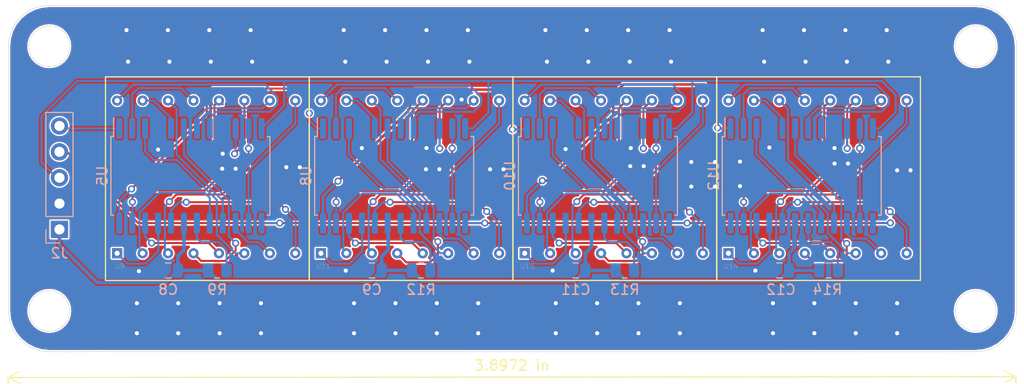
<source format=kicad_pcb>
(kicad_pcb (version 20171130) (host pcbnew "(5.1.9)-1")
  (title_block (date 2021-03-14) (rev v1.0))
  (layers (0 F.Cu signal) (31 B.Cu signal) (34 B.Paste user) (35 F.Paste user) (36 B.SilkS user) (37 F.SilkS user) (38 B.Mask user) (39 F.Mask user) (44 Edge.Cuts user))
  (net 0 "")
  (net 1 GND)
  (net 2 +BATT)
  (net 3 /SPI_MOSI)
  (net 4 /SPI_CLK)
  (net 5 /SPI_CS)
  (net 6 "Net-(R9-Pad2)")
  (net 7 "Net-(R12-Pad2)")
  (net 8 "Net-(R13-Pad2)")
  (net 9 "Net-(R14-Pad2)")
  (net 10 "Net-(U5-Pad24)")
  (net 11 "Net-(U5-Pad23)")
  (net 12 "Net-(U5-Pad22)")
  (net 13 "Net-(U5-Pad21)")
  (net 14 "Net-(U5-Pad20)")
  (net 15 "Net-(U5-Pad17)")
  (net 16 "Net-(U5-Pad16)")
  (net 17 "Net-(U5-Pad15)")
  (net 18 "Net-(U5-Pad14)")
  (net 19 "Net-(U5-Pad11)")
  (net 20 "Net-(U5-Pad10)")
  (net 21 "Net-(U5-Pad8)")
  (net 22 "Net-(U5-Pad7)")
  (net 23 "Net-(U5-Pad6)")
  (net 24 "Net-(U5-Pad5)")
  (net 25 "Net-(U5-Pad3)")
  (net 26 "Net-(U5-Pad2)")
  (net 27 "Net-(U10-Pad1)")
  (net 28 "Net-(U11-Pad6)")
  (net 29 "Net-(U11-Pad13)")
  (net 30 "Net-(U11-Pad11)")
  (net 31 "Net-(U11-Pad10)")
  (net 32 "Net-(U11-Pad16)")
  (net 33 "Net-(U11-Pad4)")
  (net 34 "Net-(U11-Pad15)")
  (net 35 "Net-(U11-Pad3)")
  (net 36 "Net-(U11-Pad14)")
  (net 37 "Net-(U11-Pad7)")
  (net 38 "Net-(U11-Pad5)")
  (net 39 "Net-(U11-Pad12)")
  (net 40 "Net-(U11-Pad8)")
  (net 41 "Net-(U11-Pad2)")
  (net 42 "Net-(U11-Pad1)")
  (net 43 "Net-(U11-Pad9)")
  (net 44 "Net-(U10-Pad24)")
  (net 45 "Net-(U10-Pad23)")
  (net 46 "Net-(U10-Pad22)")
  (net 47 "Net-(U10-Pad21)")
  (net 48 "Net-(U10-Pad20)")
  (net 49 "Net-(U10-Pad17)")
  (net 50 "Net-(U10-Pad16)")
  (net 51 "Net-(U10-Pad15)")
  (net 52 "Net-(U10-Pad14)")
  (net 53 "Net-(U10-Pad11)")
  (net 54 "Net-(U10-Pad10)")
  (net 55 "Net-(U10-Pad8)")
  (net 56 "Net-(U10-Pad7)")
  (net 57 "Net-(U10-Pad6)")
  (net 58 "Net-(U10-Pad5)")
  (net 59 "Net-(U10-Pad3)")
  (net 60 "Net-(U10-Pad2)")
  (net 61 "Net-(U12-Pad23)")
  (net 62 "Net-(U12-Pad22)")
  (net 63 "Net-(U12-Pad21)")
  (net 64 "Net-(U12-Pad20)")
  (net 65 "Net-(U12-Pad17)")
  (net 66 "Net-(U12-Pad16)")
  (net 67 "Net-(U12-Pad15)")
  (net 68 "Net-(U12-Pad14)")
  (net 69 "Net-(U12-Pad11)")
  (net 70 "Net-(U12-Pad10)")
  (net 71 "Net-(U12-Pad8)")
  (net 72 "Net-(U12-Pad7)")
  (net 73 "Net-(U12-Pad6)")
  (net 74 "Net-(U12-Pad5)")
  (net 75 "Net-(U12-Pad3)")
  (net 76 "Net-(U12-Pad2)")
  (module Connector_PinHeader_2.54mm:PinHeader_1x05_P2.54mm_Vertical (layer B.Cu) (at 36.3208 54.54)
    (fp_text reference J2 (at 0 2.33) (layer B.SilkS) (effects (justify mirror)))
    (fp_text value Conn_01x05_Male)
    (pad 5 thru_hole oval (at 0 -10.16) (size 1.7 1.7) (drill 1) (layers *.Cu *.Mask) (net 3 /SPI_MOSI))
    (pad 4 thru_hole oval (at 0 -7.62) (size 1.7 1.7) (drill 1) (layers *.Cu *.Mask) (net 4 /SPI_CLK))
    (pad 3 thru_hole oval (at 0 -5.08) (size 1.7 1.7) (drill 1) (layers *.Cu *.Mask) (net 5 /SPI_CS))
    (pad 2 thru_hole oval (at 0 -2.54) (size 1.7 1.7) (drill 1) (layers *.Cu *.Mask) (net 1 GND))
    (pad 1 thru_hole rect (at 0 0) (size 1.7 1.7) (drill 1) (layers *.Cu *.Mask) (net 2 +BATT))
  )
  (module Resistor_SMD:R_0805_2012Metric (layer B.Cu) (at 111.8688 58.5704)
    (fp_text reference R14 (at -0.1088 1.8816 180) (layer B.SilkS) (effects (justify mirror)))
    (fp_text value 10k)
    (pad 2 smd roundrect (at 0.9125 0) (size 1.025 1.4) (layers B.Cu B.Paste B.Mask) (roundrect_rratio 0.2439004878048781) (net 9 "Net-(R14-Pad2)"))
    (pad 1 smd roundrect (at -0.9125 0) (size 1.025 1.4) (layers B.Cu B.Paste B.Mask) (roundrect_rratio 0.2439004878048781) (net 2 +BATT))
  )
  (module Package_SO:SOIC-24W_7.5x15.4mm_P1.27mm (layer B.Cu) (at 89.212 49.274 270)
    (fp_text reference U10 (at 0 8.65 90) (layer B.SilkS) (effects (justify mirror)))
    (fp_text value MAX7219)
    (pad 24 smd roundrect (at 4.65 6.985 270) (size 2.05 0.6) (layers B.Cu B.Paste B.Mask) (net 44 "Net-(U10-Pad24)"))
    (pad 23 smd roundrect (at 4.65 5.715 270) (size 2.05 0.6) (layers B.Cu B.Paste B.Mask) (net 45 "Net-(U10-Pad23)"))
    (pad 22 smd roundrect (at 4.65 4.445 270) (size 2.05 0.6) (layers B.Cu B.Paste B.Mask) (net 46 "Net-(U10-Pad22)"))
    (pad 21 smd roundrect (at 4.65 3.175 270) (size 2.05 0.6) (layers B.Cu B.Paste B.Mask) (net 47 "Net-(U10-Pad21)"))
    (pad 20 smd roundrect (at 4.65 1.905 270) (size 2.05 0.6) (layers B.Cu B.Paste B.Mask) (net 48 "Net-(U10-Pad20)"))
    (pad 19 smd roundrect (at 4.65 0.635 270) (size 2.05 0.6) (layers B.Cu B.Paste B.Mask) (net 2 +BATT))
    (pad 18 smd roundrect (at 4.65 -0.635 270) (size 2.05 0.6) (layers B.Cu B.Paste B.Mask) (net 8 "Net-(R13-Pad2)"))
    (pad 17 smd roundrect (at 4.65 -1.905 270) (size 2.05 0.6) (layers B.Cu B.Paste B.Mask) (net 49 "Net-(U10-Pad17)"))
    (pad 16 smd roundrect (at 4.65 -3.175 270) (size 2.05 0.6) (layers B.Cu B.Paste B.Mask) (net 50 "Net-(U10-Pad16)"))
    (pad 15 smd roundrect (at 4.65 -4.445 270) (size 2.05 0.6) (layers B.Cu B.Paste B.Mask) (net 51 "Net-(U10-Pad15)"))
    (pad 14 smd roundrect (at 4.65 -5.715 270) (size 2.05 0.6) (layers B.Cu B.Paste B.Mask) (net 52 "Net-(U10-Pad14)"))
    (pad 13 smd roundrect (at 4.65 -6.985 270) (size 2.05 0.6) (layers B.Cu B.Paste B.Mask) (net 4 /SPI_CLK))
    (pad 12 smd roundrect (at -4.65 -6.985 270) (size 2.05 0.6) (layers B.Cu B.Paste B.Mask) (net 5 /SPI_CS))
    (pad 11 smd roundrect (at -4.65 -5.715 270) (size 2.05 0.6) (layers B.Cu B.Paste B.Mask) (net 53 "Net-(U10-Pad11)"))
    (pad 10 smd roundrect (at -4.65 -4.445 270) (size 2.05 0.6) (layers B.Cu B.Paste B.Mask) (net 54 "Net-(U10-Pad10)"))
    (pad 9 smd roundrect (at -4.65 -3.175 270) (size 2.05 0.6) (layers B.Cu B.Paste B.Mask) (net 1 GND))
    (pad 8 smd roundrect (at -4.65 -1.905 270) (size 2.05 0.6) (layers B.Cu B.Paste B.Mask) (net 55 "Net-(U10-Pad8)"))
    (pad 7 smd roundrect (at -4.65 -0.635 270) (size 2.05 0.6) (layers B.Cu B.Paste B.Mask) (net 56 "Net-(U10-Pad7)"))
    (pad 6 smd roundrect (at -4.65 0.635 270) (size 2.05 0.6) (layers B.Cu B.Paste B.Mask) (net 57 "Net-(U10-Pad6)"))
    (pad 5 smd roundrect (at -4.65 1.905 270) (size 2.05 0.6) (layers B.Cu B.Paste B.Mask) (net 58 "Net-(U10-Pad5)"))
    (pad 4 smd roundrect (at -4.65 3.175 270) (size 2.05 0.6) (layers B.Cu B.Paste B.Mask) (net 1 GND))
    (pad 3 smd roundrect (at -4.65 4.445 270) (size 2.05 0.6) (layers B.Cu B.Paste B.Mask) (net 59 "Net-(U10-Pad3)"))
    (pad 2 smd roundrect (at -4.65 5.715 270) (size 2.05 0.6) (layers B.Cu B.Paste B.Mask) (net 60 "Net-(U10-Pad2)"))
    (pad 1 smd roundrect (at -4.65 6.985 270) (size 2.05 0.6) (layers B.Cu B.Paste B.Mask) (net 27 "Net-(U10-Pad1)"))
  )
  (module Resistor_SMD:R_0805_2012Metric (layer B.Cu) (at 91.8536 58.5704)
    (fp_text reference R13 (at 0 1.8816 180) (layer B.SilkS) (effects (justify mirror)))
    (fp_text value 10k)
    (pad 2 smd roundrect (at 0.9125 0) (size 1.025 1.4) (layers B.Cu B.Paste B.Mask) (roundrect_rratio 0.2439004878048781) (net 8 "Net-(R13-Pad2)"))
    (pad 1 smd roundrect (at -0.9125 0) (size 1.025 1.4) (layers B.Cu B.Paste B.Mask) (roundrect_rratio 0.2439004878048781) (net 2 +BATT))
  )
  (module Package_SO:SOIC-24W_7.5x15.4mm_P1.27mm (layer B.Cu) (at 109.2272 49.274 270)
    (fp_text reference U12 (at 0 8.65 90) (layer B.SilkS) (effects (justify mirror)))
    (fp_text value MAX7219)
    (pad 24 smd roundrect (at 4.65 6.985 270) (size 2.05 0.6) (layers B.Cu B.Paste B.Mask))
    (pad 23 smd roundrect (at 4.65 5.715 270) (size 2.05 0.6) (layers B.Cu B.Paste B.Mask) (net 61 "Net-(U12-Pad23)"))
    (pad 22 smd roundrect (at 4.65 4.445 270) (size 2.05 0.6) (layers B.Cu B.Paste B.Mask) (net 62 "Net-(U12-Pad22)"))
    (pad 21 smd roundrect (at 4.65 3.175 270) (size 2.05 0.6) (layers B.Cu B.Paste B.Mask) (net 63 "Net-(U12-Pad21)"))
    (pad 20 smd roundrect (at 4.65 1.905 270) (size 2.05 0.6) (layers B.Cu B.Paste B.Mask) (net 64 "Net-(U12-Pad20)"))
    (pad 19 smd roundrect (at 4.65 0.635 270) (size 2.05 0.6) (layers B.Cu B.Paste B.Mask) (net 2 +BATT))
    (pad 18 smd roundrect (at 4.65 -0.635 270) (size 2.05 0.6) (layers B.Cu B.Paste B.Mask) (net 9 "Net-(R14-Pad2)"))
    (pad 17 smd roundrect (at 4.65 -1.905 270) (size 2.05 0.6) (layers B.Cu B.Paste B.Mask) (net 65 "Net-(U12-Pad17)"))
    (pad 16 smd roundrect (at 4.65 -3.175 270) (size 2.05 0.6) (layers B.Cu B.Paste B.Mask) (net 66 "Net-(U12-Pad16)"))
    (pad 15 smd roundrect (at 4.65 -4.445 270) (size 2.05 0.6) (layers B.Cu B.Paste B.Mask) (net 67 "Net-(U12-Pad15)"))
    (pad 14 smd roundrect (at 4.65 -5.715 270) (size 2.05 0.6) (layers B.Cu B.Paste B.Mask) (net 68 "Net-(U12-Pad14)"))
    (pad 13 smd roundrect (at 4.65 -6.985 270) (size 2.05 0.6) (layers B.Cu B.Paste B.Mask) (net 4 /SPI_CLK))
    (pad 12 smd roundrect (at -4.65 -6.985 270) (size 2.05 0.6) (layers B.Cu B.Paste B.Mask) (net 5 /SPI_CS))
    (pad 11 smd roundrect (at -4.65 -5.715 270) (size 2.05 0.6) (layers B.Cu B.Paste B.Mask) (net 69 "Net-(U12-Pad11)"))
    (pad 10 smd roundrect (at -4.65 -4.445 270) (size 2.05 0.6) (layers B.Cu B.Paste B.Mask) (net 70 "Net-(U12-Pad10)"))
    (pad 9 smd roundrect (at -4.65 -3.175 270) (size 2.05 0.6) (layers B.Cu B.Paste B.Mask) (net 1 GND))
    (pad 8 smd roundrect (at -4.65 -1.905 270) (size 2.05 0.6) (layers B.Cu B.Paste B.Mask) (net 71 "Net-(U12-Pad8)"))
    (pad 7 smd roundrect (at -4.65 -0.635 270) (size 2.05 0.6) (layers B.Cu B.Paste B.Mask) (net 72 "Net-(U12-Pad7)"))
    (pad 6 smd roundrect (at -4.65 0.635 270) (size 2.05 0.6) (layers B.Cu B.Paste B.Mask) (net 73 "Net-(U12-Pad6)"))
    (pad 5 smd roundrect (at -4.65 1.905 270) (size 2.05 0.6) (layers B.Cu B.Paste B.Mask) (net 74 "Net-(U12-Pad5)"))
    (pad 4 smd roundrect (at -4.65 3.175 270) (size 2.05 0.6) (layers B.Cu B.Paste B.Mask) (net 1 GND))
    (pad 3 smd roundrect (at -4.65 4.445 270) (size 2.05 0.6) (layers B.Cu B.Paste B.Mask) (net 75 "Net-(U12-Pad3)"))
    (pad 2 smd roundrect (at -4.65 5.715 270) (size 2.05 0.6) (layers B.Cu B.Paste B.Mask) (net 76 "Net-(U12-Pad2)"))
    (pad 1 smd roundrect (at -4.65 6.985 270) (size 2.05 0.6) (layers B.Cu B.Paste B.Mask) (net 44 "Net-(U10-Pad24)"))
  )
  (module Capacitor_SMD:C_0805_2012Metric (layer B.Cu) (at 107.0428 58.5704 180)
    (fp_text reference C12 (at -0.1452 -1.8816 180) (layer B.SilkS) (effects (justify mirror)))
    (fp_text value 10uF)
    (pad 2 smd roundrect (at 0.95 0 180) (size 1 1.45) (layers B.Cu B.Paste B.Mask) (net 1 GND))
    (pad 1 smd roundrect (at -0.95 0 180) (size 1 1.45) (layers B.Cu B.Paste B.Mask) (net 2 +BATT))
  )
  (module "user footprint:LED_DOT_MATRIX_8x8" (layer F.Cu) (at 102.03212 56.88436)
    (fp_text reference U14 (at 0.254 1.27) (layer F.SilkS) (effects (font (size 0.48 0.48) (thickness 0.015))))
    (fp_text value LED_MATRIX)
    (pad 1 thru_hole rect (at 0 0) (size 1 1) (drill 0.5) (layers *.Cu *.Mask) (net 63 "Net-(U12-Pad21)"))
    (pad 2 thru_hole circle (at 2.5 0) (size 1 1) (drill 0.5) (layers *.Cu *.Mask) (net 65 "Net-(U12-Pad17)"))
    (pad 3 thru_hole circle (at 5 0) (size 1 1) (drill 0.5) (layers *.Cu *.Mask) (net 69 "Net-(U12-Pad11)"))
    (pad 4 thru_hole circle (at 7.5 0) (size 1 1) (drill 0.5) (layers *.Cu *.Mask) (net 73 "Net-(U12-Pad6)"))
    (pad 5 thru_hole circle (at 10 0) (size 1 1) (drill 0.5) (layers *.Cu *.Mask) (net 62 "Net-(U12-Pad22)"))
    (pad 6 thru_hole circle (at 12.5 0) (size 1 1) (drill 0.5) (layers *.Cu *.Mask) (net 75 "Net-(U12-Pad3)"))
    (pad 7 thru_hole circle (at 15 0) (size 1 1) (drill 0.5) (layers *.Cu *.Mask) (net 67 "Net-(U12-Pad15)"))
    (pad 8 thru_hole circle (at 17.5 0) (size 1 1) (drill 0.5) (layers *.Cu *.Mask) (net 64 "Net-(U12-Pad20)"))
    (pad 9 thru_hole circle (at 17.5 -15 180) (size 1 1) (drill 0.5) (layers *.Cu *.Mask) (net 68 "Net-(U12-Pad14)"))
    (pad 10 thru_hole circle (at 15 -15 180) (size 1 1) (drill 0.5) (layers *.Cu *.Mask) (net 72 "Net-(U12-Pad7)"))
    (pad 11 thru_hole circle (at 12.5 -15 180) (size 1 1) (drill 0.5) (layers *.Cu *.Mask) (net 70 "Net-(U12-Pad10)"))
    (pad 12 thru_hole circle (at 10 -15 180) (size 1 1) (drill 0.5) (layers *.Cu *.Mask) (net 61 "Net-(U12-Pad23)"))
    (pad 13 thru_hole circle (at 7.5 -15 180) (size 1 1) (drill 0.5) (layers *.Cu *.Mask) (net 76 "Net-(U12-Pad2)"))
    (pad 14 thru_hole circle (at 5 -15 180) (size 1 1) (drill 0.5) (layers *.Cu *.Mask) (net 66 "Net-(U12-Pad16)"))
    (pad 15 thru_hole circle (at 2.5 -15 180) (size 1 1) (drill 0.5) (layers *.Cu *.Mask) (net 74 "Net-(U12-Pad5)"))
    (pad 16 thru_hole circle (at 0 -15 180) (size 1 1) (drill 0.5) (layers *.Cu *.Mask) (net 71 "Net-(U12-Pad8)"))
  )
  (module Capacitor_SMD:C_0805_2012Metric (layer B.Cu) (at 87.0276 58.5704 180)
    (fp_text reference C11 (at 0 -1.8816 180) (layer B.SilkS) (effects (justify mirror)))
    (fp_text value 10uF)
    (pad 2 smd roundrect (at 0.95 0 180) (size 1 1.45) (layers B.Cu B.Paste B.Mask) (net 1 GND))
    (pad 1 smd roundrect (at -0.95 0 180) (size 1 1.45) (layers B.Cu B.Paste B.Mask) (net 2 +BATT))
  )
  (module "user footprint:LED_DOT_MATRIX_8x8" (layer F.Cu) (at 82.01692 56.88436)
    (fp_text reference U13 (at 0.254 1.27) (layer F.SilkS) (effects (font (size 0.48 0.48) (thickness 0.015))))
    (fp_text value LED_MATRIX)
    (pad 1 thru_hole rect (at 0 0) (size 1 1) (drill 0.5) (layers *.Cu *.Mask) (net 47 "Net-(U10-Pad21)"))
    (pad 2 thru_hole circle (at 2.5 0) (size 1 1) (drill 0.5) (layers *.Cu *.Mask) (net 49 "Net-(U10-Pad17)"))
    (pad 3 thru_hole circle (at 5 0) (size 1 1) (drill 0.5) (layers *.Cu *.Mask) (net 53 "Net-(U10-Pad11)"))
    (pad 4 thru_hole circle (at 7.5 0) (size 1 1) (drill 0.5) (layers *.Cu *.Mask) (net 57 "Net-(U10-Pad6)"))
    (pad 5 thru_hole circle (at 10 0) (size 1 1) (drill 0.5) (layers *.Cu *.Mask) (net 46 "Net-(U10-Pad22)"))
    (pad 6 thru_hole circle (at 12.5 0) (size 1 1) (drill 0.5) (layers *.Cu *.Mask) (net 59 "Net-(U10-Pad3)"))
    (pad 7 thru_hole circle (at 15 0) (size 1 1) (drill 0.5) (layers *.Cu *.Mask) (net 51 "Net-(U10-Pad15)"))
    (pad 8 thru_hole circle (at 17.5 0) (size 1 1) (drill 0.5) (layers *.Cu *.Mask) (net 48 "Net-(U10-Pad20)"))
    (pad 9 thru_hole circle (at 17.5 -15 180) (size 1 1) (drill 0.5) (layers *.Cu *.Mask) (net 52 "Net-(U10-Pad14)"))
    (pad 10 thru_hole circle (at 15 -15 180) (size 1 1) (drill 0.5) (layers *.Cu *.Mask) (net 56 "Net-(U10-Pad7)"))
    (pad 11 thru_hole circle (at 12.5 -15 180) (size 1 1) (drill 0.5) (layers *.Cu *.Mask) (net 54 "Net-(U10-Pad10)"))
    (pad 12 thru_hole circle (at 10 -15 180) (size 1 1) (drill 0.5) (layers *.Cu *.Mask) (net 45 "Net-(U10-Pad23)"))
    (pad 13 thru_hole circle (at 7.5 -15 180) (size 1 1) (drill 0.5) (layers *.Cu *.Mask) (net 60 "Net-(U10-Pad2)"))
    (pad 14 thru_hole circle (at 5 -15 180) (size 1 1) (drill 0.5) (layers *.Cu *.Mask) (net 50 "Net-(U10-Pad16)"))
    (pad 15 thru_hole circle (at 2.5 -15 180) (size 1 1) (drill 0.5) (layers *.Cu *.Mask) (net 58 "Net-(U10-Pad5)"))
    (pad 16 thru_hole circle (at 0 -15 180) (size 1 1) (drill 0.5) (layers *.Cu *.Mask) (net 55 "Net-(U10-Pad8)"))
  )
  (module Package_SO:SOIC-24W_7.5x15.4mm_P1.27mm (layer B.Cu) (at 49.1816 49.274 270)
    (fp_text reference U5 (at 0 8.65 90) (layer B.SilkS) (effects (justify mirror)))
    (fp_text value MAX7219)
    (pad 24 smd roundrect (at 4.65 6.985 270) (size 2.05 0.6) (layers B.Cu B.Paste B.Mask) (net 10 "Net-(U5-Pad24)"))
    (pad 23 smd roundrect (at 4.65 5.715 270) (size 2.05 0.6) (layers B.Cu B.Paste B.Mask) (net 11 "Net-(U5-Pad23)"))
    (pad 22 smd roundrect (at 4.65 4.445 270) (size 2.05 0.6) (layers B.Cu B.Paste B.Mask) (net 12 "Net-(U5-Pad22)"))
    (pad 21 smd roundrect (at 4.65 3.175 270) (size 2.05 0.6) (layers B.Cu B.Paste B.Mask) (net 13 "Net-(U5-Pad21)"))
    (pad 20 smd roundrect (at 4.65 1.905 270) (size 2.05 0.6) (layers B.Cu B.Paste B.Mask) (net 14 "Net-(U5-Pad20)"))
    (pad 19 smd roundrect (at 4.65 0.635 270) (size 2.05 0.6) (layers B.Cu B.Paste B.Mask) (net 2 +BATT))
    (pad 18 smd roundrect (at 4.65 -0.635 270) (size 2.05 0.6) (layers B.Cu B.Paste B.Mask) (net 6 "Net-(R9-Pad2)"))
    (pad 17 smd roundrect (at 4.65 -1.905 270) (size 2.05 0.6) (layers B.Cu B.Paste B.Mask) (net 15 "Net-(U5-Pad17)"))
    (pad 16 smd roundrect (at 4.65 -3.175 270) (size 2.05 0.6) (layers B.Cu B.Paste B.Mask) (net 16 "Net-(U5-Pad16)"))
    (pad 15 smd roundrect (at 4.65 -4.445 270) (size 2.05 0.6) (layers B.Cu B.Paste B.Mask) (net 17 "Net-(U5-Pad15)"))
    (pad 14 smd roundrect (at 4.65 -5.715 270) (size 2.05 0.6) (layers B.Cu B.Paste B.Mask) (net 18 "Net-(U5-Pad14)"))
    (pad 13 smd roundrect (at 4.65 -6.985 270) (size 2.05 0.6) (layers B.Cu B.Paste B.Mask) (net 4 /SPI_CLK))
    (pad 12 smd roundrect (at -4.65 -6.985 270) (size 2.05 0.6) (layers B.Cu B.Paste B.Mask) (net 5 /SPI_CS))
    (pad 11 smd roundrect (at -4.65 -5.715 270) (size 2.05 0.6) (layers B.Cu B.Paste B.Mask) (net 19 "Net-(U5-Pad11)"))
    (pad 10 smd roundrect (at -4.65 -4.445 270) (size 2.05 0.6) (layers B.Cu B.Paste B.Mask) (net 20 "Net-(U5-Pad10)"))
    (pad 9 smd roundrect (at -4.65 -3.175 270) (size 2.05 0.6) (layers B.Cu B.Paste B.Mask) (net 1 GND))
    (pad 8 smd roundrect (at -4.65 -1.905 270) (size 2.05 0.6) (layers B.Cu B.Paste B.Mask) (net 21 "Net-(U5-Pad8)"))
    (pad 7 smd roundrect (at -4.65 -0.635 270) (size 2.05 0.6) (layers B.Cu B.Paste B.Mask) (net 22 "Net-(U5-Pad7)"))
    (pad 6 smd roundrect (at -4.65 0.635 270) (size 2.05 0.6) (layers B.Cu B.Paste B.Mask) (net 23 "Net-(U5-Pad6)"))
    (pad 5 smd roundrect (at -4.65 1.905 270) (size 2.05 0.6) (layers B.Cu B.Paste B.Mask) (net 24 "Net-(U5-Pad5)"))
    (pad 4 smd roundrect (at -4.65 3.175 270) (size 2.05 0.6) (layers B.Cu B.Paste B.Mask) (net 1 GND))
    (pad 3 smd roundrect (at -4.65 4.445 270) (size 2.05 0.6) (layers B.Cu B.Paste B.Mask) (net 25 "Net-(U5-Pad3)"))
    (pad 2 smd roundrect (at -4.65 5.715 270) (size 2.05 0.6) (layers B.Cu B.Paste B.Mask) (net 26 "Net-(U5-Pad2)"))
    (pad 1 smd roundrect (at -4.65 6.985 270) (size 2.05 0.6) (layers B.Cu B.Paste B.Mask) (net 3 /SPI_MOSI))
  )
  (module Resistor_SMD:R_0805_2012Metric (layer B.Cu) (at 71.8384 58.5704)
    (fp_text reference R12 (at 0 1.8816 180) (layer B.SilkS) (effects (justify mirror)))
    (fp_text value 10k)
    (pad 2 smd roundrect (at 0.9125 0) (size 1.025 1.4) (layers B.Cu B.Paste B.Mask) (roundrect_rratio 0.2439004878048781) (net 7 "Net-(R12-Pad2)"))
    (pad 1 smd roundrect (at -0.9125 0) (size 1.025 1.4) (layers B.Cu B.Paste B.Mask) (roundrect_rratio 0.2439004878048781) (net 2 +BATT))
  )
  (module Resistor_SMD:R_0805_2012Metric (layer B.Cu) (at 51.8232 58.5704)
    (fp_text reference R9 (at -0.0072 1.8816 180) (layer B.SilkS) (effects (justify mirror)))
    (fp_text value 10k)
    (pad 2 smd roundrect (at 0.9125 0) (size 1.025 1.4) (layers B.Cu B.Paste B.Mask) (roundrect_rratio 0.2439004878048781) (net 6 "Net-(R9-Pad2)"))
    (pad 1 smd roundrect (at -0.9125 0) (size 1.025 1.4) (layers B.Cu B.Paste B.Mask) (roundrect_rratio 0.2439004878048781) (net 2 +BATT))
  )
  (module Package_SO:SOIC-24W_7.5x15.4mm_P1.27mm (layer B.Cu) (at 69.1968 49.274 270)
    (fp_text reference U8 (at 0 8.65 90) (layer B.SilkS) (effects (justify mirror)))
    (fp_text value MAX7219)
    (pad 24 smd roundrect (at 4.65 6.985 270) (size 2.05 0.6) (layers B.Cu B.Paste B.Mask) (net 27 "Net-(U10-Pad1)"))
    (pad 23 smd roundrect (at 4.65 5.715 270) (size 2.05 0.6) (layers B.Cu B.Paste B.Mask) (net 39 "Net-(U11-Pad12)"))
    (pad 22 smd roundrect (at 4.65 4.445 270) (size 2.05 0.6) (layers B.Cu B.Paste B.Mask) (net 38 "Net-(U11-Pad5)"))
    (pad 21 smd roundrect (at 4.65 3.175 270) (size 2.05 0.6) (layers B.Cu B.Paste B.Mask) (net 42 "Net-(U11-Pad1)"))
    (pad 20 smd roundrect (at 4.65 1.905 270) (size 2.05 0.6) (layers B.Cu B.Paste B.Mask) (net 40 "Net-(U11-Pad8)"))
    (pad 19 smd roundrect (at 4.65 0.635 270) (size 2.05 0.6) (layers B.Cu B.Paste B.Mask) (net 2 +BATT))
    (pad 18 smd roundrect (at 4.65 -0.635 270) (size 2.05 0.6) (layers B.Cu B.Paste B.Mask) (net 7 "Net-(R12-Pad2)"))
    (pad 17 smd roundrect (at 4.65 -1.905 270) (size 2.05 0.6) (layers B.Cu B.Paste B.Mask) (net 41 "Net-(U11-Pad2)"))
    (pad 16 smd roundrect (at 4.65 -3.175 270) (size 2.05 0.6) (layers B.Cu B.Paste B.Mask) (net 36 "Net-(U11-Pad14)"))
    (pad 15 smd roundrect (at 4.65 -4.445 270) (size 2.05 0.6) (layers B.Cu B.Paste B.Mask) (net 37 "Net-(U11-Pad7)"))
    (pad 14 smd roundrect (at 4.65 -5.715 270) (size 2.05 0.6) (layers B.Cu B.Paste B.Mask) (net 43 "Net-(U11-Pad9)"))
    (pad 13 smd roundrect (at 4.65 -6.985 270) (size 2.05 0.6) (layers B.Cu B.Paste B.Mask) (net 4 /SPI_CLK))
    (pad 12 smd roundrect (at -4.65 -6.985 270) (size 2.05 0.6) (layers B.Cu B.Paste B.Mask) (net 5 /SPI_CS))
    (pad 11 smd roundrect (at -4.65 -5.715 270) (size 2.05 0.6) (layers B.Cu B.Paste B.Mask) (net 35 "Net-(U11-Pad3)"))
    (pad 10 smd roundrect (at -4.65 -4.445 270) (size 2.05 0.6) (layers B.Cu B.Paste B.Mask) (net 30 "Net-(U11-Pad11)"))
    (pad 9 smd roundrect (at -4.65 -3.175 270) (size 2.05 0.6) (layers B.Cu B.Paste B.Mask) (net 1 GND))
    (pad 8 smd roundrect (at -4.65 -1.905 270) (size 2.05 0.6) (layers B.Cu B.Paste B.Mask) (net 32 "Net-(U11-Pad16)"))
    (pad 7 smd roundrect (at -4.65 -0.635 270) (size 2.05 0.6) (layers B.Cu B.Paste B.Mask) (net 31 "Net-(U11-Pad10)"))
    (pad 6 smd roundrect (at -4.65 0.635 270) (size 2.05 0.6) (layers B.Cu B.Paste B.Mask) (net 33 "Net-(U11-Pad4)"))
    (pad 5 smd roundrect (at -4.65 1.905 270) (size 2.05 0.6) (layers B.Cu B.Paste B.Mask) (net 34 "Net-(U11-Pad15)"))
    (pad 4 smd roundrect (at -4.65 3.175 270) (size 2.05 0.6) (layers B.Cu B.Paste B.Mask) (net 1 GND))
    (pad 3 smd roundrect (at -4.65 4.445 270) (size 2.05 0.6) (layers B.Cu B.Paste B.Mask) (net 28 "Net-(U11-Pad6)"))
    (pad 2 smd roundrect (at -4.65 5.715 270) (size 2.05 0.6) (layers B.Cu B.Paste B.Mask) (net 29 "Net-(U11-Pad13)"))
    (pad 1 smd roundrect (at -4.65 6.985 270) (size 2.05 0.6) (layers B.Cu B.Paste B.Mask) (net 10 "Net-(U5-Pad24)"))
  )
  (module "user footprint:LED_DOT_MATRIX_8x8" (layer F.Cu) (at 62.00172 56.88436)
    (fp_text reference U11 (at 0.254 1.27) (layer F.SilkS) (effects (font (size 0.48 0.48) (thickness 0.015))))
    (fp_text value LED_MATRIX)
    (pad 1 thru_hole rect (at 0 0) (size 1 1) (drill 0.5) (layers *.Cu *.Mask) (net 42 "Net-(U11-Pad1)"))
    (pad 2 thru_hole circle (at 2.5 0) (size 1 1) (drill 0.5) (layers *.Cu *.Mask) (net 41 "Net-(U11-Pad2)"))
    (pad 3 thru_hole circle (at 5 0) (size 1 1) (drill 0.5) (layers *.Cu *.Mask) (net 35 "Net-(U11-Pad3)"))
    (pad 4 thru_hole circle (at 7.5 0) (size 1 1) (drill 0.5) (layers *.Cu *.Mask) (net 33 "Net-(U11-Pad4)"))
    (pad 5 thru_hole circle (at 10 0) (size 1 1) (drill 0.5) (layers *.Cu *.Mask) (net 38 "Net-(U11-Pad5)"))
    (pad 6 thru_hole circle (at 12.5 0) (size 1 1) (drill 0.5) (layers *.Cu *.Mask) (net 28 "Net-(U11-Pad6)"))
    (pad 7 thru_hole circle (at 15 0) (size 1 1) (drill 0.5) (layers *.Cu *.Mask) (net 37 "Net-(U11-Pad7)"))
    (pad 8 thru_hole circle (at 17.5 0) (size 1 1) (drill 0.5) (layers *.Cu *.Mask) (net 40 "Net-(U11-Pad8)"))
    (pad 9 thru_hole circle (at 17.5 -15 180) (size 1 1) (drill 0.5) (layers *.Cu *.Mask) (net 43 "Net-(U11-Pad9)"))
    (pad 10 thru_hole circle (at 15 -15 180) (size 1 1) (drill 0.5) (layers *.Cu *.Mask) (net 31 "Net-(U11-Pad10)"))
    (pad 11 thru_hole circle (at 12.5 -15 180) (size 1 1) (drill 0.5) (layers *.Cu *.Mask) (net 30 "Net-(U11-Pad11)"))
    (pad 12 thru_hole circle (at 10 -15 180) (size 1 1) (drill 0.5) (layers *.Cu *.Mask) (net 39 "Net-(U11-Pad12)"))
    (pad 13 thru_hole circle (at 7.5 -15 180) (size 1 1) (drill 0.5) (layers *.Cu *.Mask) (net 29 "Net-(U11-Pad13)"))
    (pad 14 thru_hole circle (at 5 -15 180) (size 1 1) (drill 0.5) (layers *.Cu *.Mask) (net 36 "Net-(U11-Pad14)"))
    (pad 15 thru_hole circle (at 2.5 -15 180) (size 1 1) (drill 0.5) (layers *.Cu *.Mask) (net 34 "Net-(U11-Pad15)"))
    (pad 16 thru_hole circle (at 0 -15 180) (size 1 1) (drill 0.5) (layers *.Cu *.Mask) (net 32 "Net-(U11-Pad16)"))
  )
  (module Capacitor_SMD:C_0805_2012Metric (layer B.Cu) (at 67.0124 58.5704 180)
    (fp_text reference C9 (at 0 -1.8816 180) (layer B.SilkS) (effects (justify mirror)))
    (fp_text value 10uF)
    (pad 2 smd roundrect (at 0.95 0 180) (size 1 1.45) (layers B.Cu B.Paste B.Mask) (net 1 GND))
    (pad 1 smd roundrect (at -0.95 0 180) (size 1 1.45) (layers B.Cu B.Paste B.Mask) (net 2 +BATT))
  )
  (module Capacitor_SMD:C_0805_2012Metric (layer B.Cu) (at 46.9972 58.5704 180)
    (fp_text reference C8 (at 0 -1.8816 180) (layer B.SilkS) (effects (justify mirror)))
    (fp_text value 10uF)
    (pad 2 smd roundrect (at 0.95 0 180) (size 1 1.45) (layers B.Cu B.Paste B.Mask) (net 1 GND))
    (pad 1 smd roundrect (at -0.95 0 180) (size 1 1.45) (layers B.Cu B.Paste B.Mask) (net 2 +BATT))
  )
  (module "user footprint:LED_DOT_MATRIX_8x8" (layer F.Cu) (at 41.98652 56.88436)
    (fp_text reference U9 (at 0.254 1.27) (layer F.SilkS) (effects (font (size 0.48 0.48) (thickness 0.015))))
    (fp_text value LED_MATRIX)
    (pad 1 thru_hole rect (at 0 0) (size 1 1) (drill 0.5) (layers *.Cu *.Mask) (net 13 "Net-(U5-Pad21)"))
    (pad 2 thru_hole circle (at 2.5 0) (size 1 1) (drill 0.5) (layers *.Cu *.Mask) (net 15 "Net-(U5-Pad17)"))
    (pad 3 thru_hole circle (at 5 0) (size 1 1) (drill 0.5) (layers *.Cu *.Mask) (net 19 "Net-(U5-Pad11)"))
    (pad 4 thru_hole circle (at 7.5 0) (size 1 1) (drill 0.5) (layers *.Cu *.Mask) (net 23 "Net-(U5-Pad6)"))
    (pad 5 thru_hole circle (at 10 0) (size 1 1) (drill 0.5) (layers *.Cu *.Mask) (net 12 "Net-(U5-Pad22)"))
    (pad 6 thru_hole circle (at 12.5 0) (size 1 1) (drill 0.5) (layers *.Cu *.Mask) (net 25 "Net-(U5-Pad3)"))
    (pad 7 thru_hole circle (at 15 0) (size 1 1) (drill 0.5) (layers *.Cu *.Mask) (net 17 "Net-(U5-Pad15)"))
    (pad 8 thru_hole circle (at 17.5 0) (size 1 1) (drill 0.5) (layers *.Cu *.Mask) (net 14 "Net-(U5-Pad20)"))
    (pad 9 thru_hole circle (at 17.5 -15 180) (size 1 1) (drill 0.5) (layers *.Cu *.Mask) (net 18 "Net-(U5-Pad14)"))
    (pad 10 thru_hole circle (at 15 -15 180) (size 1 1) (drill 0.5) (layers *.Cu *.Mask) (net 22 "Net-(U5-Pad7)"))
    (pad 11 thru_hole circle (at 12.5 -15 180) (size 1 1) (drill 0.5) (layers *.Cu *.Mask) (net 20 "Net-(U5-Pad10)"))
    (pad 12 thru_hole circle (at 10 -15 180) (size 1 1) (drill 0.5) (layers *.Cu *.Mask) (net 11 "Net-(U5-Pad23)"))
    (pad 13 thru_hole circle (at 7.5 -15 180) (size 1 1) (drill 0.5) (layers *.Cu *.Mask) (net 26 "Net-(U5-Pad2)"))
    (pad 14 thru_hole circle (at 5 -15 180) (size 1 1) (drill 0.5) (layers *.Cu *.Mask) (net 16 "Net-(U5-Pad16)"))
    (pad 15 thru_hole circle (at 2.5 -15 180) (size 1 1) (drill 0.5) (layers *.Cu *.Mask) (net 24 "Net-(U5-Pad5)"))
    (pad 16 thru_hole circle (at 0 -15 180) (size 1 1) (drill 0.5) (layers *.Cu *.Mask) (net 21 "Net-(U5-Pad8)"))
  )
  (gr_line (start 122.428 66.548) (end 123.19 66.548) (layer Edge.Cuts) (width 0.05))
  (gr_line (start 37.211 66.548) (end 38.862 66.54) (layer Edge.Cuts) (width 0.05))
  (gr_line (start 126.3208 66.54) (end 123.19 66.548) (layer Edge.Cuts) (width 0.05))
  (gr_line (start 37.211 66.548) (end 35.3208 66.54) (layer Edge.Cuts) (width 0.05))
  (dimension 98.990032 (width 0.12) (layer F.SilkS) (gr_text "98.990 mm" (at 80.773946 70.318032 0.04630428693) (layer F.SilkS) (effects (font (size 1 1) (thickness 0.15)))) (feature1 (pts (xy 130.26792 69.008) (xy 130.268394 69.594453))) (feature2 (pts (xy 31.27792 69.088) (xy 31.278394 69.674453))) (crossbar (pts (xy 31.27792 69.088032) (xy 130.26792 69.008032))) (arrow1a (pts (xy 130.26792 69.008032) (xy 129.141891 69.595363))) (arrow1b (pts (xy 130.26792 69.008032) (xy 129.140943 68.422522))) (arrow2a (pts (xy 31.27792 69.088032) (xy 32.404897 69.673542))) (arrow2b (pts (xy 31.27792 69.088032) (xy 32.403949 68.500701))))
  (gr_arc (start 126.3208 62.54) (end 124.3208 62.54) (angle 360) (layer Edge.Cuts) (width 0.05))
  (gr_arc (start 126.3208 36.54) (end 124.3208 36.54) (angle 360) (layer Edge.Cuts) (width 0.05))
  (gr_arc (start 35.3208 62.54) (end 33.3208 62.54) (angle 360) (layer Edge.Cuts) (width 0.05))
  (gr_arc (start 35.3208 36.54) (end 33.3208 36.54) (angle 360) (layer Edge.Cuts) (width 0.05))
  (gr_arc (start 126.3208 62.54) (end 130.3208 62.54) (angle 90) (layer Edge.Cuts) (width 0.05))
  (gr_arc (start 126.3208 36.54) (end 126.3208 32.54) (angle 90) (layer Edge.Cuts) (width 0.05))
  (gr_arc (start 35.3208 62.54) (end 35.3208 66.54) (angle 90) (layer Edge.Cuts) (width 0.05))
  (gr_arc (start 35.3208 36.54) (end 31.3208 36.54) (angle 90) (layer Edge.Cuts) (width 0.05))
  (gr_line (start 130.3208 36.54) (end 130.3208 62.54) (layer Edge.Cuts) (width 0.05))
  (gr_line (start 31.3208 36.54) (end 31.3208 62.54) (layer Edge.Cuts) (width 0.05))
  (gr_line (start 35.3208 32.54) (end 126.3208 32.54) (layer Edge.Cuts) (width 0.05))
  (gr_line (start 38.862 66.54) (end 122.428 66.548) (layer Edge.Cuts) (width 0.05))
  (via (at 51.1876 38.064) (size 0.7) (drill 0.4) (layers F.Cu B.Cu) (net 1))
  (via (at 55.2516 38.064) (size 0.7) (drill 0.4) (layers F.Cu B.Cu) (net 1))
  (via (at 47.1236 38.064) (size 0.7) (drill 0.4) (layers F.Cu B.Cu) (net 1))
  (via (at 43.0596 38.064) (size 0.7) (drill 0.4) (layers F.Cu B.Cu) (net 1))
  (via (at 72.5236 38.064) (size 0.7) (drill 0.4) (layers F.Cu B.Cu) (net 1))
  (via (at 68.4596 38.064) (size 0.7) (drill 0.4) (layers F.Cu B.Cu) (net 1))
  (via (at 64.3956 38.064) (size 0.7) (drill 0.4) (layers F.Cu B.Cu) (net 1))
  (via (at 76.5876 38.064) (size 0.7) (drill 0.4) (layers F.Cu B.Cu) (net 1))
  (via (at 88.2716 38.064) (size 0.7) (drill 0.4) (layers F.Cu B.Cu) (net 1))
  (via (at 96.3996 38.064) (size 0.7) (drill 0.4) (layers F.Cu B.Cu) (net 1))
  (via (at 92.3356 38.064) (size 0.7) (drill 0.4) (layers F.Cu B.Cu) (net 1))
  (via (at 84.2076 38.064) (size 0.7) (drill 0.4) (layers F.Cu B.Cu) (net 1))
  (via (at 109.6076 38.064) (size 0.7) (drill 0.4) (layers F.Cu B.Cu) (net 1))
  (via (at 105.5436 38.064) (size 0.7) (drill 0.4) (layers F.Cu B.Cu) (net 1))
  (via (at 113.6716 38.064) (size 0.7) (drill 0.4) (layers F.Cu B.Cu) (net 1))
  (via (at 117.7356 38.064) (size 0.7) (drill 0.4) (layers F.Cu B.Cu) (net 1))
  (via (at 46.006 46.7) (size 0.7) (drill 0.4) (layers F.Cu B.Cu) (net 1))
  (segment (start 46.0066 46.6994) (end 46.006 46.7) (width 0.25) (layer B.Cu) (net 1))
  (segment (start 46.0066 44.624) (end 46.0066 46.6994) (width 0.25) (layer B.Cu) (net 1))
  (via (at 44.1264 58.638) (size 0.7) (drill 0.4) (layers F.Cu B.Cu) (net 1))
  (segment (start 44.194 58.5704) (end 44.1264 58.638) (width 0.25) (layer B.Cu) (net 1))
  (segment (start 46.0472 58.5704) (end 44.194 58.5704) (width 0.25) (layer B.Cu) (net 1))
  (via (at 66.0212 46.5476) (size 0.7) (drill 0.4) (layers F.Cu B.Cu) (net 1))
  (segment (start 66.0218 46.547) (end 66.0212 46.5476) (width 0.25) (layer B.Cu) (net 1))
  (segment (start 66.0218 44.624) (end 66.0218 46.547) (width 0.25) (layer B.Cu) (net 1))
  (via (at 72.3712 46.5476) (size 0.7) (drill 0.4) (layers F.Cu B.Cu) (net 1))
  (segment (start 72.3718 46.547) (end 72.3712 46.5476) (width 0.25) (layer B.Cu) (net 1))
  (segment (start 72.3718 44.624) (end 72.3718 46.547) (width 0.25) (layer B.Cu) (net 1))
  (via (at 64.4464 58.5872) (size 0.7) (drill 0.4) (layers F.Cu B.Cu) (net 1))
  (segment (start 64.4632 58.5704) (end 64.4464 58.5872) (width 0.25) (layer B.Cu) (net 1))
  (segment (start 66.0624 58.5704) (end 64.4632 58.5704) (width 0.25) (layer B.Cu) (net 1))
  (via (at 104.68 58.5872) (size 0.7) (drill 0.4) (layers F.Cu B.Cu) (net 1))
  (segment (start 104.6968 58.5704) (end 104.68 58.5872) (width 0.25) (layer B.Cu) (net 1))
  (segment (start 106.0928 58.5704) (end 104.6968 58.5704) (width 0.25) (layer B.Cu) (net 1))
  (via (at 84.7664 58.587202) (size 0.7) (drill 0.4) (layers F.Cu B.Cu) (net 1))
  (segment (start 86.0776 58.5704) (end 84.783202 58.5704) (width 0.25) (layer B.Cu) (net 1))
  (segment (start 84.783202 58.5704) (end 84.7664 58.587202) (width 0.25) (layer B.Cu) (net 1))
  (via (at 86.0364 46.6492) (size 0.7) (drill 0.4) (layers F.Cu B.Cu) (net 1))
  (segment (start 86.037 46.6486) (end 86.0364 46.6492) (width 0.25) (layer B.Cu) (net 1))
  (segment (start 86.037 44.624) (end 86.037 46.6486) (width 0.25) (layer B.Cu) (net 1))
  (via (at 92.4372 46.5476) (size 0.7) (drill 0.4) (layers F.Cu B.Cu) (net 1))
  (segment (start 92.387 46.4974) (end 92.4372 46.5476) (width 0.25) (layer B.Cu) (net 1))
  (segment (start 92.387 44.624) (end 92.387 46.4974) (width 0.25) (layer B.Cu) (net 1))
  (via (at 112.4524 46.5476) (size 0.7) (drill 0.4) (layers F.Cu B.Cu) (net 1))
  (segment (start 112.4022 46.4974) (end 112.4524 46.5476) (width 0.25) (layer B.Cu) (net 1))
  (segment (start 112.4022 44.624) (end 112.4022 46.4974) (width 0.25) (layer B.Cu) (net 1))
  (via (at 106.0516 46.4968) (size 0.7) (drill 0.4) (layers F.Cu B.Cu) (net 1))
  (segment (start 106.0522 46.4962) (end 106.0516 46.4968) (width 0.25) (layer B.Cu) (net 1))
  (segment (start 106.0522 44.624) (end 106.0522 46.4962) (width 0.25) (layer B.Cu) (net 1))
  (via (at 72.3204 48.6304) (size 0.7) (drill 0.4) (layers F.Cu B.Cu) (net 1))
  (via (at 73.6412 48.6304) (size 0.7) (drill 0.4) (layers F.Cu B.Cu) (net 1))
  (via (at 93.7072 48.3256) (size 0.7) (drill 0.4) (layers F.Cu B.Cu) (net 1))
  (via (at 92.3864 48.3256) (size 0.7) (drill 0.4) (layers F.Cu B.Cu) (net 1))
  (via (at 113.7732 48.0716) (size 0.7) (drill 0.4) (layers F.Cu B.Cu) (net 1))
  (via (at 112.4524 48.0716) (size 0.7) (drill 0.4) (layers F.Cu B.Cu) (net 1))
  (via (at 52.356 47.1064) (size 0.7) (drill 0.4) (layers F.Cu B.Cu) (net 1))
  (segment (start 52.3566 44.624) (end 52.3566 47.1058) (width 0.25) (layer B.Cu) (net 1))
  (segment (start 52.3566 47.1058) (end 52.356 47.1064) (width 0.25) (layer B.Cu) (net 1))
  (via (at 53.626 48.5796) (size 0.7) (drill 0.4) (layers F.Cu B.Cu) (net 1))
  (via (at 52.3052 48.5796) (size 0.7) (drill 0.4) (layers F.Cu B.Cu) (net 1))
  (via (at 79.9404 48.6304) (size 0.7) (drill 0.4) (layers F.Cu B.Cu) (net 1))
  (via (at 78.6196 48.6304) (size 0.7) (drill 0.4) (layers F.Cu B.Cu) (net 1))
  (via (at 58.6044 48.4272) (size 0.7) (drill 0.4) (layers F.Cu B.Cu) (net 1))
  (via (at 59.9252 48.4272) (size 0.7) (drill 0.4) (layers F.Cu B.Cu) (net 1))
  (via (at 100.711 47.9192) (size 0.7) (drill 0.4) (layers F.Cu B.Cu) (net 1))
  (via (at 98.3808 47.9192) (size 0.7) (drill 0.4) (layers F.Cu B.Cu) (net 1))
  (via (at 118.5992 48.732) (size 0.7) (drill 0.4) (layers F.Cu B.Cu) (net 1))
  (via (at 119.92 48.732) (size 0.7) (drill 0.4) (layers F.Cu B.Cu) (net 1))
  (via (at 109.4552 34.9652) (size 0.7) (drill 0.4) (layers F.Cu B.Cu) (net 1))
  (via (at 105.3912 34.9652) (size 0.7) (drill 0.4) (layers F.Cu B.Cu) (net 1))
  (via (at 113.5192 34.9652) (size 0.7) (drill 0.4) (layers F.Cu B.Cu) (net 1))
  (via (at 117.5832 34.9652) (size 0.7) (drill 0.4) (layers F.Cu B.Cu) (net 1))
  (via (at 96.2472 34.9652) (size 0.7) (drill 0.4) (layers F.Cu B.Cu) (net 1))
  (via (at 88.1192 34.9652) (size 0.7) (drill 0.4) (layers F.Cu B.Cu) (net 1))
  (via (at 92.1832 34.9652) (size 0.7) (drill 0.4) (layers F.Cu B.Cu) (net 1))
  (via (at 84.0552 34.9652) (size 0.7) (drill 0.4) (layers F.Cu B.Cu) (net 1))
  (via (at 76.4352 34.9652) (size 0.7) (drill 0.4) (layers F.Cu B.Cu) (net 1))
  (via (at 55.0992 34.9652) (size 0.7) (drill 0.4) (layers F.Cu B.Cu) (net 1))
  (via (at 42.9072 34.9652) (size 0.7) (drill 0.4) (layers F.Cu B.Cu) (net 1))
  (via (at 68.3072 34.9652) (size 0.7) (drill 0.4) (layers F.Cu B.Cu) (net 1))
  (via (at 51.0352 34.9652) (size 0.7) (drill 0.4) (layers F.Cu B.Cu) (net 1))
  (via (at 46.9712 34.9652) (size 0.7) (drill 0.4) (layers F.Cu B.Cu) (net 1))
  (via (at 72.3712 34.9652) (size 0.7) (drill 0.4) (layers F.Cu B.Cu) (net 1))
  (via (at 64.2432 34.9652) (size 0.7) (drill 0.4) (layers F.Cu B.Cu) (net 1))
  (via (at 106.4072 61.7876) (size 0.7) (drill 0.4) (layers F.Cu B.Cu) (net 1))
  (via (at 110.4712 61.7876) (size 0.7) (drill 0.4) (layers F.Cu B.Cu) (net 1))
  (via (at 77.4512 61.7876) (size 0.7) (drill 0.4) (layers F.Cu B.Cu) (net 1))
  (via (at 52.0512 61.7876) (size 0.7) (drill 0.4) (layers F.Cu B.Cu) (net 1))
  (via (at 47.9872 61.7876) (size 0.7) (drill 0.4) (layers F.Cu B.Cu) (net 1))
  (via (at 56.1152 61.7876) (size 0.7) (drill 0.4) (layers F.Cu B.Cu) (net 1))
  (via (at 43.9232 61.7876) (size 0.7) (drill 0.4) (layers F.Cu B.Cu) (net 1))
  (via (at 114.5352 61.7876) (size 0.7) (drill 0.4) (layers F.Cu B.Cu) (net 1))
  (via (at 118.5992 61.7876) (size 0.7) (drill 0.4) (layers F.Cu B.Cu) (net 1))
  (via (at 85.0712 61.7876) (size 0.7) (drill 0.4) (layers F.Cu B.Cu) (net 1))
  (via (at 97.2632 61.7876) (size 0.7) (drill 0.4) (layers F.Cu B.Cu) (net 1))
  (via (at 65.2592 61.7876) (size 0.7) (drill 0.4) (layers F.Cu B.Cu) (net 1))
  (via (at 69.3232 61.7876) (size 0.7) (drill 0.4) (layers F.Cu B.Cu) (net 1))
  (via (at 73.3872 61.7876) (size 0.7) (drill 0.4) (layers F.Cu B.Cu) (net 1))
  (via (at 89.1352 61.7876) (size 0.7) (drill 0.4) (layers F.Cu B.Cu) (net 1))
  (via (at 93.1992 61.7876) (size 0.7) (drill 0.4) (layers F.Cu B.Cu) (net 1))
  (via (at 110.4712 64.734) (size 0.7) (drill 0.4) (layers F.Cu B.Cu) (net 1))
  (via (at 85.0712 64.734) (size 0.7) (drill 0.4) (layers F.Cu B.Cu) (net 1))
  (via (at 89.1352 64.734) (size 0.7) (drill 0.4) (layers F.Cu B.Cu) (net 1))
  (via (at 73.3872 64.734) (size 0.7) (drill 0.4) (layers F.Cu B.Cu) (net 1))
  (via (at 65.2592 64.734) (size 0.7) (drill 0.4) (layers F.Cu B.Cu) (net 1))
  (via (at 56.1152 64.734) (size 0.7) (drill 0.4) (layers F.Cu B.Cu) (net 1))
  (via (at 97.2632 64.734) (size 0.7) (drill 0.4) (layers F.Cu B.Cu) (net 1))
  (via (at 118.5992 64.734) (size 0.7) (drill 0.4) (layers F.Cu B.Cu) (net 1))
  (via (at 43.9232 64.734) (size 0.7) (drill 0.4) (layers F.Cu B.Cu) (net 1))
  (via (at 93.1992 64.734) (size 0.7) (drill 0.4) (layers F.Cu B.Cu) (net 1))
  (via (at 106.4072 64.734) (size 0.7) (drill 0.4) (layers F.Cu B.Cu) (net 1))
  (via (at 77.4512 64.734) (size 0.7) (drill 0.4) (layers F.Cu B.Cu) (net 1))
  (via (at 114.5352 64.734) (size 0.7) (drill 0.4) (layers F.Cu B.Cu) (net 1))
  (via (at 47.9872 64.734) (size 0.7) (drill 0.4) (layers F.Cu B.Cu) (net 1))
  (via (at 69.3232 64.734) (size 0.7) (drill 0.4) (layers F.Cu B.Cu) (net 1))
  (via (at 52.0512 64.734) (size 0.7) (drill 0.4) (layers F.Cu B.Cu) (net 1))
  (via (at 75.819 41.783) (size 0.7) (drill 0.4) (layers F.Cu B.Cu) (net 1))
  (via (at 100.711 50.3322) (size 0.7) (drill 0.4) (layers F.Cu B.Cu) (net 1))
  (via (at 98.3808 50.3322) (size 0.7) (drill 0.4) (layers F.Cu B.Cu) (net 1))
  (via (at 103.1642 47.879) (size 0.7) (drill 0.4) (layers F.Cu B.Cu) (net 1))
  (via (at 103.1642 50.292) (size 0.7) (drill 0.4) (layers F.Cu B.Cu) (net 1))
  (segment (start 47.9472 58.5704) (end 50.9107 58.5704) (width 0.35) (layer B.Cu) (net 2))
  (segment (start 66.91239 59.62041) (end 67.9624 58.5704) (width 0.35) (layer B.Cu) (net 2))
  (segment (start 51.96071 59.62041) (end 66.91239 59.62041) (width 0.35) (layer B.Cu) (net 2))
  (segment (start 50.9107 58.5704) (end 51.96071 59.62041) (width 0.35) (layer B.Cu) (net 2))
  (segment (start 67.9624 58.5704) (end 70.9259 58.5704) (width 0.35) (layer B.Cu) (net 2))
  (segment (start 86.92759 59.62041) (end 87.9776 58.5704) (width 0.35) (layer B.Cu) (net 2))
  (segment (start 71.97591 59.62041) (end 86.92759 59.62041) (width 0.35) (layer B.Cu) (net 2))
  (segment (start 70.9259 58.5704) (end 71.97591 59.62041) (width 0.35) (layer B.Cu) (net 2))
  (segment (start 87.9776 58.5704) (end 90.9411 58.5704) (width 0.35) (layer B.Cu) (net 2))
  (segment (start 106.94279 59.62041) (end 107.9928 58.5704) (width 0.35) (layer B.Cu) (net 2))
  (segment (start 91.99111 59.62041) (end 106.94279 59.62041) (width 0.35) (layer B.Cu) (net 2))
  (segment (start 90.9411 58.5704) (end 91.99111 59.62041) (width 0.35) (layer B.Cu) (net 2))
  (segment (start 107.9928 58.5704) (end 110.9563 58.5704) (width 0.35) (layer B.Cu) (net 2))
  (segment (start 67.9624 57.202678) (end 68.612 56.553078) (width 0.35) (layer B.Cu) (net 2))
  (segment (start 67.9624 58.5704) (end 67.9624 57.202678) (width 0.35) (layer B.Cu) (net 2))
  (segment (start 68.612 53.9742) (end 68.5618 53.924) (width 0.35) (layer B.Cu) (net 2))
  (segment (start 68.612 56.553078) (end 68.612 53.9742) (width 0.35) (layer B.Cu) (net 2))
  (segment (start 47.9472 58.5704) (end 47.9472 57.154) (width 0.35) (layer B.Cu) (net 2))
  (segment (start 48.5466 56.5546) (end 48.5466 53.924) (width 0.35) (layer B.Cu) (net 2))
  (segment (start 47.9472 57.154) (end 48.5466 56.5546) (width 0.35) (layer B.Cu) (net 2))
  (segment (start 107.9928 56.8584) (end 108.4692 56.382) (width 0.35) (layer B.Cu) (net 2))
  (segment (start 108.4692 56.382) (end 108.5922 56.259) (width 0.25) (layer B.Cu) (net 2))
  (segment (start 107.9928 56.8492) (end 108.5922 56.2498) (width 0.35) (layer B.Cu) (net 2))
  (segment (start 107.9928 58.5704) (end 107.9928 56.8492) (width 0.35) (layer B.Cu) (net 2))
  (segment (start 108.5922 56.259) (end 108.5922 56.2498) (width 0.25) (layer B.Cu) (net 2))
  (segment (start 108.5922 56.2498) (end 108.5922 53.924) (width 0.35) (layer B.Cu) (net 2))
  (segment (start 107.9928 56.8584) (end 108.5922 56.259) (width 0.35) (layer B.Cu) (net 2))
  (segment (start 107.9928 58.5704) (end 107.9928 56.8584) (width 0.35) (layer B.Cu) (net 2))
  (segment (start 108.4692 54.047) (end 108.5922 53.924) (width 0.35) (layer B.Cu) (net 2))
  (segment (start 108.4692 56.382) (end 108.4692 54.047) (width 0.35) (layer B.Cu) (net 2))
  (segment (start 88.577 56.259) (end 88.577 53.924) (width 0.35) (layer B.Cu) (net 2))
  (segment (start 87.9776 56.8584) (end 88.577 56.259) (width 0.35) (layer B.Cu) (net 2))
  (segment (start 87.9776 58.5704) (end 87.9776 56.8584) (width 0.35) (layer B.Cu) (net 2))
  (segment (start 46.762 59.7556) (end 47.9472 58.5704) (width 0.35) (layer B.Cu) (net 2))
  (segment (start 40.0308 59.7556) (end 46.762 59.7556) (width 0.35) (layer B.Cu) (net 2))
  (segment (start 36.3208 56.0456) (end 40.0308 59.7556) (width 0.35) (layer B.Cu) (net 2))
  (segment (start 36.3208 54.54) (end 36.3208 56.0456) (width 0.35) (layer B.Cu) (net 2))
  (segment (start 36.5648 44.624) (end 36.3208 44.38) (width 0.2032) (layer B.Cu) (net 3))
  (segment (start 42.1966 44.624) (end 36.5648 44.624) (width 0.2032) (layer B.Cu) (net 3))
  (via (at 57.9616 53.916) (size 0.7) (drill 0.4) (layers F.Cu B.Cu) (net 4))
  (segment (start 56.1666 53.924) (end 57.9536 53.924) (width 0.2) (layer B.Cu) (net 4))
  (segment (start 57.9536 53.924) (end 57.9616 53.916) (width 0.2) (layer B.Cu) (net 4))
  (segment (start 57.9616 53.916) (end 78.1016 53.916) (width 0.2) (layer F.Cu) (net 4))
  (via (at 78.1016 53.916) (size 0.7) (drill 0.4) (layers F.Cu B.Cu) (net 4))
  (segment (start 78.0936 53.924) (end 78.1016 53.916) (width 0.2) (layer B.Cu) (net 4))
  (segment (start 76.1818 53.924) (end 78.0936 53.924) (width 0.2) (layer B.Cu) (net 4))
  (via (at 97.9716 53.916) (size 0.7) (drill 0.4) (layers F.Cu B.Cu) (net 4))
  (segment (start 78.1016 53.916) (end 97.9716 53.916) (width 0.2) (layer F.Cu) (net 4))
  (segment (start 96.205 53.916) (end 96.197 53.924) (width 0.2) (layer B.Cu) (net 4))
  (segment (start 97.9716 53.916) (end 96.205 53.916) (width 0.2) (layer B.Cu) (net 4))
  (via (at 117.9416 53.896) (size 0.7) (drill 0.4) (layers F.Cu B.Cu) (net 4))
  (segment (start 117.9216 53.916) (end 117.9416 53.896) (width 0.2) (layer F.Cu) (net 4))
  (segment (start 97.9716 53.916) (end 117.9216 53.916) (width 0.2) (layer F.Cu) (net 4))
  (segment (start 116.2402 53.896) (end 116.2122 53.924) (width 0.2) (layer B.Cu) (net 4))
  (segment (start 117.9416 53.896) (end 116.2402 53.896) (width 0.2) (layer B.Cu) (net 4))
  (segment (start 44.0608 53.916) (end 57.9616 53.916) (width 0.2) (layer F.Cu) (net 4))
  (segment (start 36.3208 46.92) (end 37.0648 46.92) (width 0.2032) (layer F.Cu) (net 4))
  (segment (start 37.8608 47.716) (end 37.3528 47.208) (width 0.2032) (layer F.Cu) (net 4))
  (segment (start 37.3528 47.208) (end 37.6576 47.5128) (width 0.2032) (layer F.Cu) (net 4))
  (segment (start 37.0648 46.92) (end 37.3528 47.208) (width 0.2032) (layer F.Cu) (net 4))
  (segment (start 37.6576 47.5128) (end 37.8608 47.716) (width 0.2) (layer F.Cu) (net 4))
  (segment (start 37.8608 47.716) (end 44.0608 53.916) (width 0.2) (layer F.Cu) (net 4))
  (segment (start 96.197 44.624) (end 96.91 44.624) (width 0.2) (layer B.Cu) (net 5))
  (segment (start 96.91 44.624) (end 98.483 43.051) (width 0.2) (layer B.Cu) (net 5))
  (segment (start 76.8948 44.624) (end 78.4678 43.051) (width 0.2) (layer B.Cu) (net 5))
  (segment (start 76.1818 44.624) (end 76.8948 44.624) (width 0.2) (layer B.Cu) (net 5))
  (segment (start 78.4616 39.966) (end 78.45898 39.96338) (width 0.2) (layer B.Cu) (net 5))
  (segment (start 78.4616 40.706) (end 78.4616 39.966) (width 0.2) (layer B.Cu) (net 5))
  (segment (start 78.4616 40.706) (end 78.4616 39.976) (width 0.2) (layer B.Cu) (net 5))
  (segment (start 98.483 39.97216) (end 98.47422 39.96338) (width 0.2) (layer B.Cu) (net 5))
  (segment (start 98.483 40.1946) (end 98.483 39.97216) (width 0.2) (layer B.Cu) (net 5))
  (segment (start 98.483 43.051) (end 98.483 40.1946) (width 0.2) (layer B.Cu) (net 5))
  (segment (start 78.45898 39.96338) (end 98.47422 39.96338) (width 0.2) (layer B.Cu) (net 5))
  (segment (start 78.4616 43.056) (end 78.4616 40.706) (width 0.2) (layer B.Cu) (net 5))
  (segment (start 61.046984 39.96338) (end 78.45898 39.96338) (width 0.2) (layer B.Cu) (net 5))
  (segment (start 59.47422 39.96338) (end 61.046984 39.96338) (width 0.2) (layer B.Cu) (net 5))
  (segment (start 58.3916 42.399) (end 58.3916 41.046) (width 0.2) (layer B.Cu) (net 5))
  (segment (start 56.1666 44.624) (end 58.3916 42.399) (width 0.2) (layer B.Cu) (net 5))
  (segment (start 117.09498 39.96338) (end 98.47422 39.96338) (width 0.2) (layer B.Cu) (net 5))
  (segment (start 118.4716 41.34) (end 117.09498 39.96338) (width 0.2) (layer B.Cu) (net 5))
  (segment (start 118.4716 43.0176) (end 118.4716 41.34) (width 0.2) (layer B.Cu) (net 5))
  (segment (start 116.8652 44.624) (end 118.4716 43.0176) (width 0.2) (layer B.Cu) (net 5))
  (segment (start 116.2122 44.624) (end 116.8652 44.624) (width 0.2) (layer B.Cu) (net 5))
  (segment (start 58.3916 40.002) (end 58.35298 39.96338) (width 0.2) (layer B.Cu) (net 5))
  (segment (start 58.3916 41.046) (end 58.3916 40.002) (width 0.2) (layer B.Cu) (net 5))
  (segment (start 59.47422 39.96338) (end 58.35298 39.96338) (width 0.2) (layer B.Cu) (net 5))
  (segment (start 34.5588 43.4488) (end 34.5588 47.97) (width 0.2) (layer B.Cu) (net 5))
  (segment (start 38.04422 39.96338) (end 34.5588 43.4488) (width 0.2) (layer B.Cu) (net 5))
  (segment (start 58.35298 39.96338) (end 38.04422 39.96338) (width 0.2) (layer B.Cu) (net 5))
  (segment (start 36.3208 49.46) (end 36.3208 49.732) (width 0.2032) (layer B.Cu) (net 5))
  (segment (start 36.3208 49.732) (end 34.5588 47.97) (width 0.2032) (layer B.Cu) (net 5))
  (segment (start 52.736521 56.524359) (end 51.988562 55.7764) (width 0.2) (layer B.Cu) (net 6))
  (segment (start 50.1976 55.7764) (end 49.8166 55.3954) (width 0.2) (layer B.Cu) (net 6))
  (segment (start 52.736521 58.569579) (end 52.736521 56.524359) (width 0.2) (layer B.Cu) (net 6))
  (segment (start 51.988562 55.7764) (end 50.1976 55.7764) (width 0.2) (layer B.Cu) (net 6))
  (segment (start 49.8166 55.3954) (end 49.8166 53.924) (width 0.2) (layer B.Cu) (net 6))
  (segment (start 52.7357 58.5704) (end 52.736521 58.569579) (width 0.2) (layer B.Cu) (net 6))
  (segment (start 72.751721 56.524359) (end 72.003762 55.7764) (width 0.2) (layer B.Cu) (net 7))
  (segment (start 70.2128 55.7764) (end 69.8318 55.3954) (width 0.2) (layer B.Cu) (net 7))
  (segment (start 72.003762 55.7764) (end 70.2128 55.7764) (width 0.2) (layer B.Cu) (net 7))
  (segment (start 72.7509 58.5704) (end 72.751721 58.569579) (width 0.2) (layer B.Cu) (net 7))
  (segment (start 72.751721 58.569579) (end 72.751721 56.524359) (width 0.2) (layer B.Cu) (net 7))
  (segment (start 69.8318 55.3954) (end 69.8318 53.924) (width 0.2) (layer B.Cu) (net 7))
  (segment (start 92.766921 56.524359) (end 92.018962 55.7764) (width 0.2) (layer B.Cu) (net 8))
  (segment (start 92.766921 58.569579) (end 92.766921 56.524359) (width 0.2) (layer B.Cu) (net 8))
  (segment (start 90.228 55.7764) (end 89.847 55.3954) (width 0.2) (layer B.Cu) (net 8))
  (segment (start 89.847 55.3954) (end 89.847 53.924) (width 0.2) (layer B.Cu) (net 8))
  (segment (start 92.018962 55.7764) (end 90.228 55.7764) (width 0.2) (layer B.Cu) (net 8))
  (segment (start 92.7661 58.5704) (end 92.766921 58.569579) (width 0.2) (layer B.Cu) (net 8))
  (segment (start 112.7813 58.5704) (end 112.782121 58.569579) (width 0.2) (layer B.Cu) (net 9))
  (segment (start 112.782121 56.524359) (end 112.034162 55.7764) (width 0.2) (layer B.Cu) (net 9))
  (segment (start 112.782121 58.569579) (end 112.782121 56.524359) (width 0.2) (layer B.Cu) (net 9))
  (segment (start 109.8622 55.3954) (end 109.8622 53.924) (width 0.2) (layer B.Cu) (net 9))
  (segment (start 110.2432 55.7764) (end 109.8622 55.3954) (width 0.2) (layer B.Cu) (net 9))
  (segment (start 112.034162 55.7764) (end 110.2432 55.7764) (width 0.2) (layer B.Cu) (net 9))
  (segment (start 62.2118 44.624) (end 62.1696 44.624) (width 0.2) (layer B.Cu) (net 10))
  (via (at 43.397615 50.562015) (size 0.7) (drill 0.4) (layers F.Cu B.Cu) (net 10))
  (segment (start 42.1966 51.76303) (end 42.1966 53.924) (width 0.2) (layer B.Cu) (net 10))
  (segment (start 43.397615 50.562015) (end 42.1966 51.76303) (width 0.2) (layer B.Cu) (net 10))
  (via (at 60.8616 43.126) (size 0.7) (drill 0.4) (layers F.Cu B.Cu) (net 10))
  (segment (start 62.2118 44.624) (end 61.6396 44.624) (width 0.2) (layer B.Cu) (net 10))
  (segment (start 60.8616 43.846) (end 60.8616 43.126) (width 0.2) (layer B.Cu) (net 10))
  (segment (start 61.6396 44.624) (end 60.8616 43.846) (width 0.2) (layer B.Cu) (net 10))
  (segment (start 59.7816 40.706) (end 60.8616 41.786) (width 0.2) (layer F.Cu) (net 10))
  (segment (start 51.4016 40.706) (end 59.7816 40.706) (width 0.2) (layer F.Cu) (net 10))
  (segment (start 50.7816 41.326) (end 51.4016 40.706) (width 0.2) (layer F.Cu) (net 10))
  (segment (start 60.8616 41.786) (end 60.8616 43.126) (width 0.2) (layer F.Cu) (net 10))
  (segment (start 50.7816 43.17803) (end 50.7816 41.326) (width 0.2) (layer F.Cu) (net 10))
  (segment (start 43.397615 50.562015) (end 50.7816 43.17803) (width 0.2) (layer F.Cu) (net 10))
  (via (at 43.48438 51.84956) (size 0.7) (drill 0.4) (layers F.Cu B.Cu) (net 11))
  (segment (start 43.48438 51.84956) (end 43.48438 53.90622) (width 0.2) (layer B.Cu) (net 11))
  (segment (start 43.48438 53.90622) (end 43.4666 53.924) (width 0.2) (layer B.Cu) (net 11))
  (segment (start 51.98652 41.88436) (end 52.3616 42.25944) (width 0.2) (layer F.Cu) (net 11))
  (segment (start 44.2116 50.706) (end 43.48438 51.43322) (width 0.2) (layer F.Cu) (net 11))
  (segment (start 50.6316 50.706) (end 44.2116 50.706) (width 0.2) (layer F.Cu) (net 11))
  (segment (start 43.48438 51.43322) (end 43.48438 51.84956) (width 0.2) (layer F.Cu) (net 11))
  (segment (start 51.5432 49.7944) (end 50.6316 50.706) (width 0.2) (layer F.Cu) (net 11))
  (segment (start 51.5432 42.32768) (end 51.5432 49.7944) (width 0.2) (layer F.Cu) (net 11))
  (segment (start 51.98652 41.88436) (end 51.5432 42.32768) (width 0.2) (layer F.Cu) (net 11))
  (via (at 45.3716 55.878) (size 0.7) (drill 0.4) (layers F.Cu B.Cu) (net 12))
  (segment (start 44.7366 55.243) (end 45.3716 55.878) (width 0.2) (layer B.Cu) (net 12))
  (segment (start 44.7366 53.924) (end 44.7366 55.243) (width 0.2) (layer B.Cu) (net 12))
  (segment (start 50.98016 55.878) (end 45.3716 55.878) (width 0.2) (layer F.Cu) (net 12))
  (segment (start 51.98652 56.88436) (end 50.98016 55.878) (width 0.2) (layer F.Cu) (net 12))
  (segment (start 46.032 53.9494) (end 46.032 56.664402) (width 0.2) (layer B.Cu) (net 13))
  (segment (start 44.786402 57.91) (end 43.01216 57.91) (width 0.2) (layer B.Cu) (net 13))
  (segment (start 43.01216 57.91) (end 41.98652 56.88436) (width 0.2) (layer B.Cu) (net 13))
  (segment (start 46.032 56.664402) (end 44.786402 57.91) (width 0.2) (layer B.Cu) (net 13))
  (segment (start 46.0066 53.924) (end 46.032 53.9494) (width 0.2) (layer B.Cu) (net 13))
  (via (at 48.775196 51.8648) (size 0.7) (drill 0.4) (layers F.Cu B.Cu) (net 14))
  (segment (start 47.2766 53.924) (end 47.2766 52.6522) (width 0.2) (layer B.Cu) (net 14))
  (segment (start 48.064 51.8648) (end 48.775196 51.8648) (width 0.2) (layer B.Cu) (net 14))
  (segment (start 47.2766 52.6522) (end 48.064 51.8648) (width 0.2) (layer B.Cu) (net 14))
  (segment (start 59.48652 56.88436) (end 59.53324 56.88436) (width 0.2) (layer B.Cu) (net 14))
  (segment (start 59.53324 56.88436) (end 59.5216 56.87272) (width 0.2) (layer B.Cu) (net 14))
  (segment (start 59.5216 56.87272) (end 59.5216 53.566) (width 0.2) (layer B.Cu) (net 14))
  (via (at 58.5216 52.566) (size 0.7) (drill 0.4) (layers F.Cu B.Cu) (net 14))
  (segment (start 59.5216 53.566) (end 58.5216 52.566) (width 0.2) (layer B.Cu) (net 14))
  (segment (start 57.8204 51.8648) (end 57.1728 51.8648) (width 0.2) (layer F.Cu) (net 14))
  (segment (start 58.5216 52.566) (end 57.8204 51.8648) (width 0.2) (layer F.Cu) (net 14))
  (segment (start 57.1728 51.8648) (end 48.775196 51.8648) (width 0.2) (layer F.Cu) (net 14))
  (segment (start 44.18659 52.883308) (end 44.18659 56.58443) (width 0.2) (layer B.Cu) (net 15))
  (segment (start 46.143898 50.926) (end 44.18659 52.883308) (width 0.2) (layer B.Cu) (net 15))
  (segment (start 50.57162 50.926) (end 46.143898 50.926) (width 0.2) (layer B.Cu) (net 15))
  (segment (start 51.0866 51.44098) (end 50.57162 50.926) (width 0.2) (layer B.Cu) (net 15))
  (segment (start 44.18659 56.58443) (end 44.48652 56.88436) (width 0.2) (layer B.Cu) (net 15))
  (segment (start 51.0866 53.924) (end 51.0866 51.44098) (width 0.2) (layer B.Cu) (net 15))
  (segment (start 47.82661 47.19101) (end 47.82661 42.72445) (width 0.2) (layer B.Cu) (net 16))
  (segment (start 52.3566 53.924) (end 52.3566 51.721) (width 0.2) (layer B.Cu) (net 16))
  (segment (start 47.82661 42.72445) (end 46.98652 41.88436) (width 0.2) (layer B.Cu) (net 16))
  (segment (start 52.3566 51.721) (end 47.82661 47.19101) (width 0.2) (layer B.Cu) (net 16))
  (segment (start 55.89536 55.7932) (end 56.98652 56.88436) (width 0.2) (layer B.Cu) (net 17))
  (segment (start 54.8452 55.7932) (end 55.89536 55.7932) (width 0.2) (layer B.Cu) (net 17))
  (segment (start 53.6266 54.5746) (end 54.8452 55.7932) (width 0.2) (layer B.Cu) (net 17))
  (segment (start 53.6266 53.924) (end 53.6266 54.5746) (width 0.2) (layer B.Cu) (net 17))
  (segment (start 59.48652 44.153456) (end 59.48652 41.88436) (width 0.2) (layer B.Cu) (net 18))
  (segment (start 54.8966 53.924) (end 54.8966 48.743376) (width 0.2) (layer B.Cu) (net 18))
  (segment (start 54.8966 48.743376) (end 59.48652 44.153456) (width 0.2) (layer B.Cu) (net 18))
  (segment (start 46.98652 56.88436) (end 46.6797 56.57754) (width 0.2) (layer B.Cu) (net 19))
  (segment (start 47.28168 51.6489) (end 47.28168 51.63366) (width 0.2) (layer B.Cu) (net 19))
  (segment (start 46.6797 56.57754) (end 46.6797 52.25088) (width 0.2) (layer B.Cu) (net 19))
  (segment (start 46.6797 52.25088) (end 47.28168 51.6489) (width 0.2) (layer B.Cu) (net 19))
  (via (at 47.11658 51.81146) (size 0.7) (drill 0.4) (layers F.Cu B.Cu) (net 19))
  (segment (start 54.8966 46.582743) (end 54.89519 46.584153) (width 0.2) (layer B.Cu) (net 19))
  (via (at 54.89519 46.584153) (size 0.7) (drill 0.4) (layers F.Cu B.Cu) (net 19))
  (segment (start 54.8966 44.624) (end 54.8966 46.582743) (width 0.2) (layer B.Cu) (net 19))
  (segment (start 54.89519 48.52961) (end 54.89519 46.584153) (width 0.2) (layer F.Cu) (net 19))
  (segment (start 52.312401 51.112399) (end 54.89519 48.52961) (width 0.2) (layer F.Cu) (net 19))
  (segment (start 47.802941 51.112399) (end 52.312401 51.112399) (width 0.2) (layer F.Cu) (net 19))
  (segment (start 47.28168 51.63366) (end 47.802941 51.112399) (width 0.2) (layer F.Cu) (net 19))
  (via (at 53.5244 47.1064) (size 0.7) (drill 0.4) (layers F.Cu B.Cu) (net 20))
  (segment (start 53.6266 47.0042) (end 53.5244 47.1064) (width 0.2) (layer B.Cu) (net 20))
  (segment (start 54.48652 41.88436) (end 54.48652 46.14428) (width 0.2) (layer F.Cu) (net 20))
  (segment (start 53.6266 44.624) (end 53.6266 47.0042) (width 0.2) (layer B.Cu) (net 20))
  (segment (start 54.48652 46.14428) (end 53.5244 47.1064) (width 0.2) (layer F.Cu) (net 20))
  (segment (start 51.0866 43.599) (end 51.701229 42.984371) (width 0.2) (layer B.Cu) (net 21))
  (segment (start 57.736521 42.244361) (end 57.736521 41.524359) (width 0.2) (layer B.Cu) (net 21))
  (segment (start 51.701229 42.984371) (end 56.996511 42.984371) (width 0.2) (layer B.Cu) (net 21))
  (segment (start 56.996511 42.984371) (end 57.736521 42.244361) (width 0.2) (layer B.Cu) (net 21))
  (segment (start 57.736521 41.524359) (end 56.525552 40.31339) (width 0.2) (layer B.Cu) (net 21))
  (segment (start 56.525552 40.31339) (end 43.55749 40.31339) (width 0.2) (layer B.Cu) (net 21))
  (segment (start 51.0866 44.624) (end 51.0866 43.599) (width 0.2) (layer B.Cu) (net 21))
  (segment (start 43.55749 40.31339) (end 41.98652 41.88436) (width 0.2) (layer B.Cu) (net 21))
  (segment (start 49.8166 43.599) (end 50.781239 42.634361) (width 0.2) (layer B.Cu) (net 22))
  (segment (start 56.236519 42.634361) (end 56.98652 41.88436) (width 0.2) (layer B.Cu) (net 22))
  (segment (start 49.8166 44.624) (end 49.8166 43.599) (width 0.2) (layer B.Cu) (net 22))
  (segment (start 50.781239 42.634361) (end 56.236519 42.634361) (width 0.2) (layer B.Cu) (net 22))
  (via (at 53.626 55.8948) (size 0.7) (drill 0.4) (layers F.Cu B.Cu) (net 23))
  (segment (start 52.9656 55.2344) (end 53.626 55.8948) (width 0.2) (layer B.Cu) (net 23))
  (segment (start 48.5466 44.624) (end 48.5466 47.253298) (width 0.2) (layer B.Cu) (net 23))
  (segment (start 48.5466 47.253298) (end 52.9656 51.672298) (width 0.2) (layer B.Cu) (net 23))
  (segment (start 52.9656 51.672298) (end 52.9656 55.2344) (width 0.2) (layer B.Cu) (net 23))
  (segment (start 53.626 56.606) (end 53.626 55.8948) (width 0.2) (layer F.Cu) (net 23))
  (segment (start 52.597639 57.634361) (end 53.626 56.606) (width 0.2) (layer F.Cu) (net 23))
  (segment (start 50.236521 57.634361) (end 52.597639 57.634361) (width 0.2) (layer F.Cu) (net 23))
  (segment (start 49.48652 56.88436) (end 50.236521 57.634361) (width 0.2) (layer F.Cu) (net 23))
  (segment (start 45.56196 41.88436) (end 44.48652 41.88436) (width 0.2) (layer B.Cu) (net 24))
  (segment (start 47.2766 43.599) (end 45.56196 41.88436) (width 0.2) (layer B.Cu) (net 24))
  (segment (start 47.2766 44.624) (end 47.2766 43.599) (width 0.2) (layer B.Cu) (net 24))
  (segment (start 53.59956 56.88436) (end 54.48652 56.88436) (width 0.2) (layer B.Cu) (net 25))
  (segment (start 51.7816 55.0664) (end 53.59956 56.88436) (width 0.2) (layer B.Cu) (net 25))
  (segment (start 47.85661 47.716) (end 51.7816 51.64099) (width 0.2) (layer B.Cu) (net 25))
  (segment (start 51.7816 51.64099) (end 51.7816 55.0664) (width 0.2) (layer B.Cu) (net 25))
  (segment (start 45.5996 47.716) (end 47.85661 47.716) (width 0.2) (layer B.Cu) (net 25))
  (segment (start 44.7366 46.853) (end 45.5996 47.716) (width 0.2) (layer B.Cu) (net 25))
  (segment (start 44.7366 44.624) (end 44.7366 46.853) (width 0.2) (layer B.Cu) (net 25))
  (segment (start 43.4666 44.624) (end 43.4666 41.273) (width 0.2) (layer B.Cu) (net 26))
  (segment (start 44.0762 40.6634) (end 48.26556 40.6634) (width 0.2) (layer B.Cu) (net 26))
  (segment (start 48.26556 40.6634) (end 49.48652 41.88436) (width 0.2) (layer B.Cu) (net 26))
  (segment (start 43.4666 41.273) (end 44.0762 40.6634) (width 0.2) (layer B.Cu) (net 26))
  (segment (start 62.2118 53.924) (end 62.2118 51.2714) (width 0.25) (layer B.Cu) (net 27))
  (via (at 63.6844 49.7988) (size 0.7) (drill 0.4) (layers F.Cu B.Cu) (net 27))
  (segment (start 62.2118 51.2714) (end 63.6844 49.7988) (width 0.25) (layer B.Cu) (net 27))
  (via (at 80.804 44.7188) (size 0.7) (drill 0.4) (layers F.Cu B.Cu) (net 27))
  (segment (start 82.1322 44.7188) (end 82.227 44.624) (width 0.25) (layer B.Cu) (net 27))
  (segment (start 80.804 44.7188) (end 82.1322 44.7188) (width 0.25) (layer B.Cu) (net 27))
  (segment (start 79.72 40.8072) (end 80.804 41.8912) (width 0.25) (layer F.Cu) (net 27))
  (segment (start 70.7456 41.2644) (end 71.2028 40.8072) (width 0.25) (layer F.Cu) (net 27))
  (segment (start 70.7456 42.610136) (end 70.7456 41.2644) (width 0.25) (layer F.Cu) (net 27))
  (segment (start 70.57379 42.781946) (end 70.7456 42.610136) (width 0.25) (layer F.Cu) (net 27))
  (segment (start 70.57379 42.96021) (end 70.57379 42.781946) (width 0.25) (layer F.Cu) (net 27))
  (segment (start 71.2028 40.8072) (end 79.72 40.8072) (width 0.25) (layer F.Cu) (net 27))
  (segment (start 70.5424 42.9916) (end 70.57379 42.96021) (width 0.25) (layer F.Cu) (net 27))
  (segment (start 70.4916 42.9916) (end 70.5424 42.9916) (width 0.25) (layer F.Cu) (net 27))
  (segment (start 80.804 41.8912) (end 80.804 44.7188) (width 0.25) (layer F.Cu) (net 27))
  (segment (start 63.6844 49.7988) (end 70.4916 42.9916) (width 0.25) (layer F.Cu) (net 27))
  (segment (start 73.741458 56.88436) (end 74.50172 56.88436) (width 0.2) (layer B.Cu) (net 28))
  (segment (start 71.7108 54.853702) (end 73.741458 56.88436) (width 0.2) (layer B.Cu) (net 28))
  (segment (start 71.7108 52.796002) (end 71.7108 54.853702) (width 0.2) (layer B.Cu) (net 28))
  (segment (start 69.565988 50.65119) (end 71.7108 52.796002) (width 0.2) (layer B.Cu) (net 28))
  (segment (start 68.24519 50.65119) (end 69.565988 50.65119) (width 0.2) (layer B.Cu) (net 28))
  (segment (start 64.7512 47.1572) (end 68.24519 50.65119) (width 0.2) (layer B.Cu) (net 28))
  (segment (start 64.7512 44.6246) (end 64.7512 47.1572) (width 0.2) (layer B.Cu) (net 28))
  (segment (start 64.7518 44.624) (end 64.7512 44.6246) (width 0.2) (layer B.Cu) (net 28))
  (segment (start 63.4818 44.624) (end 63.4818 41.273) (width 0.2) (layer B.Cu) (net 29))
  (segment (start 68.28076 40.6634) (end 69.50172 41.88436) (width 0.2) (layer B.Cu) (net 29))
  (segment (start 63.4818 41.273) (end 64.0914 40.6634) (width 0.2) (layer B.Cu) (net 29))
  (segment (start 64.0914 40.6634) (end 68.28076 40.6634) (width 0.2) (layer B.Cu) (net 29))
  (via (at 73.6672 46.5816) (size 0.7) (drill 0.4) (layers F.Cu B.Cu) (net 30))
  (segment (start 73.6672 42.67) (end 74.45284 41.88436) (width 0.2) (layer F.Cu) (net 30))
  (segment (start 73.6418 44.624) (end 73.6418 46.5562) (width 0.2) (layer B.Cu) (net 30))
  (segment (start 73.6418 46.5562) (end 73.6672 46.5816) (width 0.2) (layer B.Cu) (net 30))
  (segment (start 73.6672 46.5816) (end 73.6672 42.67) (width 0.2) (layer F.Cu) (net 30))
  (segment (start 74.45284 41.88436) (end 74.50172 41.88436) (width 0.2) (layer F.Cu) (net 30))
  (segment (start 70.796439 42.634361) (end 76.251719 42.634361) (width 0.2) (layer B.Cu) (net 31))
  (segment (start 76.251719 42.634361) (end 77.00172 41.88436) (width 0.2) (layer B.Cu) (net 31))
  (segment (start 69.8318 44.624) (end 69.8318 43.599) (width 0.2) (layer B.Cu) (net 31))
  (segment (start 69.8318 43.599) (end 70.796439 42.634361) (width 0.2) (layer B.Cu) (net 31))
  (segment (start 77.011711 42.984371) (end 77.751721 42.244361) (width 0.2) (layer B.Cu) (net 32))
  (segment (start 63.57269 40.31339) (end 62.00172 41.88436) (width 0.2) (layer B.Cu) (net 32))
  (segment (start 77.751721 41.524359) (end 76.540752 40.31339) (width 0.2) (layer B.Cu) (net 32))
  (segment (start 76.540752 40.31339) (end 63.57269 40.31339) (width 0.2) (layer B.Cu) (net 32))
  (segment (start 77.751721 42.244361) (end 77.751721 41.524359) (width 0.2) (layer B.Cu) (net 32))
  (segment (start 71.1018 44.624) (end 71.1018 43.599) (width 0.2) (layer B.Cu) (net 32))
  (segment (start 71.1018 43.599) (end 71.716429 42.984371) (width 0.2) (layer B.Cu) (net 32))
  (segment (start 71.716429 42.984371) (end 77.011711 42.984371) (width 0.2) (layer B.Cu) (net 32))
  (segment (start 73.09179 52.395222) (end 73.09179 55.39619) (width 0.2) (layer B.Cu) (net 33))
  (segment (start 68.5618 47.865232) (end 73.09179 52.395222) (width 0.2) (layer B.Cu) (net 33))
  (segment (start 68.5618 44.624) (end 68.5618 47.865232) (width 0.2) (layer B.Cu) (net 33))
  (via (at 73.4888 55.7424) (size 0.7) (drill 0.4) (layers F.Cu B.Cu) (net 33))
  (segment (start 73.438 55.7424) (end 73.4888 55.7424) (width 0.2) (layer B.Cu) (net 33))
  (segment (start 73.09179 55.39619) (end 73.438 55.7424) (width 0.2) (layer B.Cu) (net 33))
  (segment (start 73.4888 55.7424) (end 73.4888 57.0124) (width 0.2) (layer F.Cu) (net 33))
  (segment (start 73.4888 57.0124) (end 72.7268 57.7744) (width 0.2) (layer F.Cu) (net 33))
  (segment (start 70.39176 57.7744) (end 69.50172 56.88436) (width 0.2) (layer F.Cu) (net 33))
  (segment (start 72.7268 57.7744) (end 70.39176 57.7744) (width 0.2) (layer F.Cu) (net 33))
  (segment (start 67.2918 43.599) (end 65.57716 41.88436) (width 0.2) (layer B.Cu) (net 34))
  (segment (start 65.57716 41.88436) (end 64.50172 41.88436) (width 0.2) (layer B.Cu) (net 34))
  (segment (start 67.2918 44.624) (end 67.2918 43.599) (width 0.2) (layer B.Cu) (net 34))
  (via (at 67.13178 51.81146) (size 0.7) (drill 0.4) (layers F.Cu B.Cu) (net 35))
  (via (at 74.89148 46.56382) (size 0.7) (drill 0.4) (layers F.Cu B.Cu) (net 35))
  (segment (start 74.9118 44.624) (end 74.9118 46.5435) (width 0.2) (layer B.Cu) (net 35))
  (segment (start 66.6949 52.25088) (end 67.29688 51.6489) (width 0.2) (layer B.Cu) (net 35))
  (segment (start 74.9118 46.5435) (end 74.89148 46.56382) (width 0.2) (layer B.Cu) (net 35))
  (segment (start 67.00172 56.88436) (end 66.6949 56.57754) (width 0.2) (layer B.Cu) (net 35))
  (segment (start 74.89148 48.7914) (end 72.570481 51.112399) (width 0.2) (layer F.Cu) (net 35))
  (segment (start 66.6949 56.57754) (end 66.6949 52.25088) (width 0.2) (layer B.Cu) (net 35))
  (segment (start 67.29688 51.6489) (end 67.29688 51.63366) (width 0.2) (layer B.Cu) (net 35))
  (segment (start 72.570481 51.112399) (end 67.818141 51.112399) (width 0.2) (layer F.Cu) (net 35))
  (segment (start 67.818141 51.112399) (end 67.29688 51.63366) (width 0.2) (layer F.Cu) (net 35))
  (segment (start 74.89148 46.56382) (end 74.89148 48.7914) (width 0.2) (layer F.Cu) (net 35))
  (segment (start 72.3718 52.17022) (end 67.84181 47.64023) (width 0.2) (layer B.Cu) (net 36))
  (segment (start 72.3718 53.924) (end 72.3718 52.17022) (width 0.2) (layer B.Cu) (net 36))
  (segment (start 67.84181 42.72445) (end 67.00172 41.88436) (width 0.2) (layer B.Cu) (net 36))
  (segment (start 67.84181 47.64023) (end 67.84181 42.72445) (width 0.2) (layer B.Cu) (net 36))
  (segment (start 74.11919 55.42639) (end 75.54375 55.42639) (width 0.2) (layer B.Cu) (net 37))
  (segment (start 73.6418 53.924) (end 73.6418 54.949) (width 0.2) (layer B.Cu) (net 37))
  (segment (start 73.6418 54.949) (end 74.11919 55.42639) (width 0.2) (layer B.Cu) (net 37))
  (segment (start 75.54375 55.42639) (end 77.00172 56.88436) (width 0.2) (layer B.Cu) (net 37))
  (via (at 65.3868 55.878) (size 0.7) (drill 0.4) (layers F.Cu B.Cu) (net 38))
  (segment (start 70.99536 55.878) (end 65.3868 55.878) (width 0.2) (layer F.Cu) (net 38))
  (segment (start 64.7518 55.243) (end 65.3868 55.878) (width 0.2) (layer B.Cu) (net 38))
  (segment (start 72.00172 56.88436) (end 70.99536 55.878) (width 0.2) (layer F.Cu) (net 38))
  (segment (start 64.7518 53.924) (end 64.7518 55.243) (width 0.2) (layer B.Cu) (net 38))
  (via (at 63.49958 51.84956) (size 0.7) (drill 0.4) (layers F.Cu B.Cu) (net 39))
  (segment (start 63.49958 53.90622) (end 63.4818 53.924) (width 0.2) (layer B.Cu) (net 39))
  (segment (start 63.49958 51.84956) (end 63.49958 53.90622) (width 0.2) (layer B.Cu) (net 39))
  (segment (start 63.49958 51.32378) (end 63.49958 51.84956) (width 0.2) (layer F.Cu) (net 39))
  (segment (start 64.060971 50.762389) (end 63.49958 51.32378) (width 0.2) (layer F.Cu) (net 39))
  (segment (start 69.854711 50.762389) (end 64.060971 50.762389) (width 0.2) (layer F.Cu) (net 39))
  (segment (start 70.9488 49.6683) (end 69.854711 50.762389) (width 0.2) (layer F.Cu) (net 39))
  (segment (start 70.9488 42.93728) (end 70.9488 49.6683) (width 0.2) (layer F.Cu) (net 39))
  (segment (start 72.00172 41.88436) (end 70.9488 42.93728) (width 0.2) (layer F.Cu) (net 39))
  (via (at 68.790396 51.8648) (size 0.7) (drill 0.4) (layers F.Cu B.Cu) (net 40))
  (segment (start 67.2918 52.6522) (end 68.0792 51.8648) (width 0.2) (layer B.Cu) (net 40))
  (segment (start 68.0792 51.8648) (end 68.790396 51.8648) (width 0.2) (layer B.Cu) (net 40))
  (segment (start 67.2918 53.924) (end 67.2918 52.6522) (width 0.2) (layer B.Cu) (net 40))
  (segment (start 77.3804 51.8648) (end 68.790396 51.8648) (width 0.2) (layer F.Cu) (net 40))
  (segment (start 79.50172 57.00588) (end 79.50172 56.88436) (width 0.2) (layer F.Cu) (net 40))
  (via (at 78.2916 52.776) (size 0.7) (drill 0.4) (layers F.Cu B.Cu) (net 40))
  (segment (start 79.50172 53.98612) (end 78.2916 52.776) (width 0.2) (layer B.Cu) (net 40))
  (segment (start 79.50172 56.88436) (end 79.50172 53.98612) (width 0.2) (layer B.Cu) (net 40))
  (segment (start 78.2916 52.776) (end 77.3804 51.8648) (width 0.2) (layer F.Cu) (net 40))
  (segment (start 66.083898 51.0012) (end 64.20179 52.883308) (width 0.2) (layer B.Cu) (net 41))
  (segment (start 64.20179 56.58443) (end 64.50172 56.88436) (width 0.2) (layer B.Cu) (net 41))
  (segment (start 64.20179 52.883308) (end 64.20179 56.58443) (width 0.2) (layer B.Cu) (net 41))
  (segment (start 69.42101 51.0012) (end 66.083898 51.0012) (width 0.2) (layer B.Cu) (net 41))
  (segment (start 71.1018 53.924) (end 71.1018 52.68199) (width 0.2) (layer B.Cu) (net 41))
  (segment (start 71.1018 52.68199) (end 69.42101 51.0012) (width 0.2) (layer B.Cu) (net 41))
  (segment (start 66.0472 56.664402) (end 64.801602 57.91) (width 0.2) (layer B.Cu) (net 42))
  (segment (start 66.0472 53.9494) (end 66.0472 56.664402) (width 0.2) (layer B.Cu) (net 42))
  (segment (start 64.801602 57.91) (end 63.02736 57.91) (width 0.2) (layer B.Cu) (net 42))
  (segment (start 66.0218 53.924) (end 66.0472 53.9494) (width 0.2) (layer B.Cu) (net 42))
  (segment (start 63.02736 57.91) (end 62.00172 56.88436) (width 0.2) (layer B.Cu) (net 42))
  (segment (start 74.9118 48.743376) (end 79.50172 44.153456) (width 0.2) (layer B.Cu) (net 43))
  (segment (start 74.9118 53.924) (end 74.9118 48.743376) (width 0.2) (layer B.Cu) (net 43))
  (segment (start 79.50172 44.153456) (end 79.50172 41.88436) (width 0.2) (layer B.Cu) (net 43))
  (segment (start 82.227 53.924) (end 82.227 51.2714) (width 0.25) (layer B.Cu) (net 44))
  (segment (start 82.227 51.2714) (end 83.7504 49.748) (width 0.25) (layer B.Cu) (net 44))
  (via (at 83.7504 49.748) (size 0.7) (drill 0.4) (layers F.Cu B.Cu) (net 44))
  (via (at 100.9716 44.5664) (size 0.7) (drill 0.4) (layers F.Cu B.Cu) (net 44))
  (segment (start 101.0292 44.624) (end 100.9716 44.5664) (width 0.25) (layer B.Cu) (net 44))
  (segment (start 102.2422 44.624) (end 101.0292 44.624) (width 0.25) (layer B.Cu) (net 44))
  (segment (start 100.9716 41.5864) (end 100.9716 44.5664) (width 0.25) (layer F.Cu) (net 44))
  (segment (start 99.6844 40.2992) (end 100.9716 41.5864) (width 0.25) (layer F.Cu) (net 44))
  (segment (start 91.726 40.2992) (end 99.6844 40.2992) (width 0.25) (layer F.Cu) (net 44))
  (segment (start 90.71 41.3152) (end 91.726 40.2992) (width 0.25) (layer F.Cu) (net 44))
  (segment (start 90.71 43.283374) (end 90.71 41.3152) (width 0.25) (layer F.Cu) (net 44))
  (segment (start 84.245374 49.748) (end 90.71 43.283374) (width 0.25) (layer F.Cu) (net 44))
  (segment (start 83.7504 49.748) (end 84.245374 49.748) (width 0.25) (layer F.Cu) (net 44))
  (via (at 83.51478 51.84956) (size 0.7) (drill 0.4) (layers F.Cu B.Cu) (net 45))
  (segment (start 83.51478 51.84956) (end 83.51478 53.90622) (width 0.2) (layer B.Cu) (net 45))
  (segment (start 83.51478 53.90622) (end 83.497 53.924) (width 0.2) (layer B.Cu) (net 45))
  (segment (start 83.51478 51.32378) (end 83.51478 51.84956) (width 0.2) (layer F.Cu) (net 45))
  (segment (start 84.076171 50.762389) (end 83.51478 51.32378) (width 0.2) (layer F.Cu) (net 45))
  (segment (start 91.2688 49.3635) (end 89.869911 50.762389) (width 0.2) (layer F.Cu) (net 45))
  (segment (start 89.869911 50.762389) (end 84.076171 50.762389) (width 0.2) (layer F.Cu) (net 45))
  (segment (start 91.2688 42.63248) (end 91.2688 49.3635) (width 0.2) (layer F.Cu) (net 45))
  (segment (start 92.01692 41.88436) (end 91.2688 42.63248) (width 0.2) (layer F.Cu) (net 45))
  (via (at 85.402 55.878) (size 0.7) (drill 0.4) (layers F.Cu B.Cu) (net 46))
  (segment (start 84.767 55.243) (end 85.402 55.878) (width 0.2) (layer B.Cu) (net 46))
  (segment (start 92.01692 56.88436) (end 91.01056 55.878) (width 0.2) (layer F.Cu) (net 46))
  (segment (start 91.01056 55.878) (end 85.402 55.878) (width 0.2) (layer F.Cu) (net 46))
  (segment (start 84.767 53.924) (end 84.767 55.243) (width 0.2) (layer B.Cu) (net 46))
  (segment (start 83.04256 57.91) (end 82.01692 56.88436) (width 0.2) (layer B.Cu) (net 47))
  (segment (start 84.816802 57.91) (end 83.04256 57.91) (width 0.2) (layer B.Cu) (net 47))
  (segment (start 86.0624 56.664402) (end 84.816802 57.91) (width 0.2) (layer B.Cu) (net 47))
  (segment (start 86.0624 53.9494) (end 86.0624 56.664402) (width 0.2) (layer B.Cu) (net 47))
  (segment (start 86.037 53.924) (end 86.0624 53.9494) (width 0.2) (layer B.Cu) (net 47))
  (via (at 88.805596 51.8648) (size 0.7) (drill 0.4) (layers F.Cu B.Cu) (net 48))
  (segment (start 87.307 53.924) (end 87.307 52.6522) (width 0.2) (layer B.Cu) (net 48))
  (segment (start 88.0944 51.8648) (end 88.805596 51.8648) (width 0.2) (layer B.Cu) (net 48))
  (segment (start 87.307 52.6522) (end 88.0944 51.8648) (width 0.2) (layer B.Cu) (net 48))
  (via (at 98.2016 52.836) (size 0.7) (drill 0.4) (layers F.Cu B.Cu) (net 48))
  (segment (start 99.51692 54.15132) (end 98.2016 52.836) (width 0.2) (layer B.Cu) (net 48))
  (segment (start 99.51692 56.88436) (end 99.51692 54.15132) (width 0.2) (layer B.Cu) (net 48))
  (segment (start 98.2016 52.836) (end 97.2304 51.8648) (width 0.2) (layer F.Cu) (net 48))
  (segment (start 93.9404 51.8648) (end 88.805596 51.8648) (width 0.2) (layer F.Cu) (net 48))
  (segment (start 97.2304 51.8648) (end 93.9404 51.8648) (width 0.2) (layer F.Cu) (net 48))
  (segment (start 84.21699 52.883308) (end 84.21699 56.58443) (width 0.2) (layer B.Cu) (net 49))
  (segment (start 91.117 52.78359) (end 89.33461 51.0012) (width 0.2) (layer B.Cu) (net 49))
  (segment (start 84.21699 56.58443) (end 84.51692 56.88436) (width 0.2) (layer B.Cu) (net 49))
  (segment (start 91.117 53.924) (end 91.117 52.78359) (width 0.2) (layer B.Cu) (net 49))
  (segment (start 86.099098 51.0012) (end 84.21699 52.883308) (width 0.2) (layer B.Cu) (net 49))
  (segment (start 89.33461 51.0012) (end 86.099098 51.0012) (width 0.2) (layer B.Cu) (net 49))
  (segment (start 92.387 52.17022) (end 87.85701 47.64023) (width 0.2) (layer B.Cu) (net 50))
  (segment (start 87.85701 47.64023) (end 87.85701 42.72445) (width 0.2) (layer B.Cu) (net 50))
  (segment (start 92.387 53.924) (end 92.387 52.17022) (width 0.2) (layer B.Cu) (net 50))
  (segment (start 87.85701 42.72445) (end 87.01692 41.88436) (width 0.2) (layer B.Cu) (net 50))
  (segment (start 93.657 53.924) (end 93.657 54.949) (width 0.2) (layer B.Cu) (net 51))
  (segment (start 94.13439 55.42639) (end 95.55895 55.42639) (width 0.2) (layer B.Cu) (net 51))
  (segment (start 95.55895 55.42639) (end 97.01692 56.88436) (width 0.2) (layer B.Cu) (net 51))
  (segment (start 93.657 54.949) (end 94.13439 55.42639) (width 0.2) (layer B.Cu) (net 51))
  (segment (start 99.51692 44.153456) (end 99.51692 41.88436) (width 0.2) (layer B.Cu) (net 52))
  (segment (start 94.927 53.924) (end 94.927 48.743376) (width 0.2) (layer B.Cu) (net 52))
  (segment (start 94.927 48.743376) (end 99.51692 44.153456) (width 0.2) (layer B.Cu) (net 52))
  (via (at 87.14698 51.81146) (size 0.7) (drill 0.4) (layers F.Cu B.Cu) (net 53))
  (via (at 94.90668 46.56382) (size 0.7) (drill 0.4) (layers F.Cu B.Cu) (net 53))
  (segment (start 94.927 44.624) (end 94.927 46.5435) (width 0.2) (layer B.Cu) (net 53))
  (segment (start 92.585681 51.112399) (end 87.833341 51.112399) (width 0.2) (layer F.Cu) (net 53))
  (segment (start 94.927 46.5435) (end 94.90668 46.56382) (width 0.2) (layer B.Cu) (net 53))
  (segment (start 94.90668 46.56382) (end 94.90668 48.7914) (width 0.2) (layer F.Cu) (net 53))
  (segment (start 87.833341 51.112399) (end 87.31208 51.63366) (width 0.2) (layer F.Cu) (net 53))
  (segment (start 87.01692 56.88436) (end 86.7101 56.57754) (width 0.2) (layer B.Cu) (net 53))
  (segment (start 86.7101 56.57754) (end 86.7101 52.25088) (width 0.2) (layer B.Cu) (net 53))
  (segment (start 94.90668 48.7914) (end 92.585681 51.112399) (width 0.2) (layer F.Cu) (net 53))
  (segment (start 86.7101 52.25088) (end 87.31208 51.6489) (width 0.2) (layer B.Cu) (net 53))
  (segment (start 87.31208 51.6489) (end 87.31208 51.63366) (width 0.2) (layer B.Cu) (net 53))
  (via (at 93.6824 46.5816) (size 0.7) (drill 0.4) (layers F.Cu B.Cu) (net 54))
  (segment (start 93.657 44.624) (end 93.657 46.5562) (width 0.2) (layer B.Cu) (net 54))
  (segment (start 93.6824 42.67) (end 94.46804 41.88436) (width 0.2) (layer F.Cu) (net 54))
  (segment (start 93.6824 46.5816) (end 93.6824 42.67) (width 0.2) (layer F.Cu) (net 54))
  (segment (start 93.657 46.5562) (end 93.6824 46.5816) (width 0.2) (layer B.Cu) (net 54))
  (segment (start 94.46804 41.88436) (end 94.51692 41.88436) (width 0.2) (layer F.Cu) (net 54))
  (segment (start 97.026911 42.984371) (end 97.766921 42.244361) (width 0.2) (layer B.Cu) (net 55))
  (segment (start 91.117 44.624) (end 91.117 43.599) (width 0.2) (layer B.Cu) (net 55))
  (segment (start 97.766921 42.244361) (end 97.766921 41.524359) (width 0.2) (layer B.Cu) (net 55))
  (segment (start 96.555952 40.31339) (end 83.58789 40.31339) (width 0.2) (layer B.Cu) (net 55))
  (segment (start 91.731629 42.984371) (end 97.026911 42.984371) (width 0.2) (layer B.Cu) (net 55))
  (segment (start 83.58789 40.31339) (end 82.01692 41.88436) (width 0.2) (layer B.Cu) (net 55))
  (segment (start 91.117 43.599) (end 91.731629 42.984371) (width 0.2) (layer B.Cu) (net 55))
  (segment (start 97.766921 41.524359) (end 96.555952 40.31339) (width 0.2) (layer B.Cu) (net 55))
  (segment (start 90.811639 42.634361) (end 96.266919 42.634361) (width 0.2) (layer B.Cu) (net 56))
  (segment (start 96.266919 42.634361) (end 97.01692 41.88436) (width 0.2) (layer B.Cu) (net 56))
  (segment (start 89.847 44.624) (end 89.847 43.599) (width 0.2) (layer B.Cu) (net 56))
  (segment (start 89.847 43.599) (end 90.811639 42.634361) (width 0.2) (layer B.Cu) (net 56))
  (segment (start 88.577 44.624) (end 88.577 44.6686) (width 0.2) (layer B.Cu) (net 57))
  (segment (start 88.577 44.944702) (end 88.5764 44.945302) (width 0.2) (layer B.Cu) (net 57))
  (segment (start 88.577 44.6686) (end 88.577 44.944702) (width 0.2) (layer B.Cu) (net 57))
  (segment (start 88.5764 44.945302) (end 88.5764 47.6144) (width 0.2) (layer B.Cu) (net 57))
  (segment (start 88.5764 47.6144) (end 92.996 52.034) (width 0.2) (layer B.Cu) (net 57))
  (segment (start 92.996 52.034) (end 92.996 55.1328) (width 0.2) (layer B.Cu) (net 57))
  (via (at 93.603735 55.744265) (size 0.7) (drill 0.4) (layers F.Cu B.Cu) (net 57))
  (segment (start 93.603735 55.740535) (end 93.603735 55.744265) (width 0.2) (layer B.Cu) (net 57))
  (segment (start 92.996 55.1328) (end 93.603735 55.740535) (width 0.2) (layer B.Cu) (net 57))
  (segment (start 93.603735 55.744265) (end 93.603735 56.451735) (width 0.2) (layer F.Cu) (net 57))
  (segment (start 93.603735 56.451735) (end 93.6056 56.4536) (width 0.2) (layer F.Cu) (net 57))
  (segment (start 93.6056 56.4536) (end 93.6056 57.0124) (width 0.2) (layer F.Cu) (net 57))
  (segment (start 90.266921 57.634361) (end 89.51692 56.88436) (width 0.2) (layer F.Cu) (net 57))
  (segment (start 92.983639 57.634361) (end 90.266921 57.634361) (width 0.2) (layer F.Cu) (net 57))
  (segment (start 93.6056 57.0124) (end 92.983639 57.634361) (width 0.2) (layer F.Cu) (net 57))
  (segment (start 87.307 44.624) (end 87.307 43.599) (width 0.2) (layer B.Cu) (net 58))
  (segment (start 85.59236 41.88436) (end 84.51692 41.88436) (width 0.2) (layer B.Cu) (net 58))
  (segment (start 87.307 43.599) (end 85.59236 41.88436) (width 0.2) (layer B.Cu) (net 58))
  (segment (start 93.756658 56.88436) (end 94.51692 56.88436) (width 0.2) (layer B.Cu) (net 59))
  (segment (start 91.726 54.853702) (end 93.756658 56.88436) (width 0.2) (layer B.Cu) (net 59))
  (segment (start 91.726 52.897602) (end 91.726 54.853702) (width 0.2) (layer B.Cu) (net 59))
  (segment (start 89.479588 50.65119) (end 91.726 52.897602) (width 0.2) (layer B.Cu) (net 59))
  (segment (start 84.7664 44.6246) (end 84.7664 47.2588) (width 0.2) (layer B.Cu) (net 59))
  (segment (start 88.15879 50.65119) (end 89.479588 50.65119) (width 0.2) (layer B.Cu) (net 59))
  (segment (start 84.7664 47.2588) (end 88.15879 50.65119) (width 0.2) (layer B.Cu) (net 59))
  (segment (start 84.767 44.624) (end 84.7664 44.6246) (width 0.2) (layer B.Cu) (net 59))
  (segment (start 83.497 41.273) (end 84.1066 40.6634) (width 0.2) (layer B.Cu) (net 60))
  (segment (start 83.497 44.624) (end 83.497 41.273) (width 0.2) (layer B.Cu) (net 60))
  (segment (start 84.1066 40.6634) (end 88.29596 40.6634) (width 0.2) (layer B.Cu) (net 60))
  (segment (start 88.29596 40.6634) (end 89.51692 41.88436) (width 0.2) (layer B.Cu) (net 60))
  (via (at 103.52998 51.84956) (size 0.7) (drill 0.4) (layers F.Cu B.Cu) (net 61))
  (segment (start 103.52998 51.84956) (end 103.52998 53.90622) (width 0.2) (layer B.Cu) (net 61))
  (segment (start 103.52998 53.90622) (end 103.5122 53.924) (width 0.2) (layer B.Cu) (net 61))
  (segment (start 103.52998 51.32378) (end 103.52998 51.84956) (width 0.2) (layer F.Cu) (net 61))
  (segment (start 104.091371 50.762389) (end 103.52998 51.32378) (width 0.2) (layer F.Cu) (net 61))
  (segment (start 111.4364 49.2111) (end 109.885111 50.762389) (width 0.2) (layer F.Cu) (net 61))
  (segment (start 109.885111 50.762389) (end 104.091371 50.762389) (width 0.2) (layer F.Cu) (net 61))
  (segment (start 111.4364 42.48008) (end 111.4364 49.2111) (width 0.2) (layer F.Cu) (net 61))
  (segment (start 112.03212 41.88436) (end 111.4364 42.48008) (width 0.2) (layer F.Cu) (net 61))
  (via (at 105.4172 55.878) (size 0.7) (drill 0.4) (layers F.Cu B.Cu) (net 62))
  (segment (start 104.7822 55.243) (end 105.4172 55.878) (width 0.2) (layer B.Cu) (net 62))
  (segment (start 104.7822 53.924) (end 104.7822 55.243) (width 0.2) (layer B.Cu) (net 62))
  (segment (start 112.03212 56.88436) (end 111.02576 55.878) (width 0.2) (layer F.Cu) (net 62))
  (segment (start 111.02576 55.878) (end 105.4172 55.878) (width 0.2) (layer F.Cu) (net 62))
  (segment (start 106.0776 53.9494) (end 106.0776 56.664402) (width 0.2) (layer B.Cu) (net 63))
  (segment (start 104.832002 57.91) (end 103.05776 57.91) (width 0.2) (layer B.Cu) (net 63))
  (segment (start 106.0776 56.664402) (end 104.832002 57.91) (width 0.2) (layer B.Cu) (net 63))
  (segment (start 106.0522 53.924) (end 106.0776 53.9494) (width 0.2) (layer B.Cu) (net 63))
  (segment (start 103.05776 57.91) (end 102.03212 56.88436) (width 0.2) (layer B.Cu) (net 63))
  (via (at 108.820796 51.8648) (size 0.7) (drill 0.4) (layers F.Cu B.Cu) (net 64))
  (segment (start 107.3222 52.6522) (end 108.1096 51.8648) (width 0.2) (layer B.Cu) (net 64))
  (segment (start 107.3222 53.924) (end 107.3222 52.6522) (width 0.2) (layer B.Cu) (net 64))
  (segment (start 108.1096 51.8648) (end 108.820796 51.8648) (width 0.2) (layer B.Cu) (net 64))
  (via (at 117.9116 52.796) (size 0.7) (drill 0.4) (layers F.Cu B.Cu) (net 64))
  (segment (start 119.53212 54.41652) (end 117.9116 52.796) (width 0.2) (layer B.Cu) (net 64))
  (segment (start 119.53212 56.88436) (end 119.53212 54.41652) (width 0.2) (layer B.Cu) (net 64))
  (segment (start 116.9804 51.8648) (end 108.820796 51.8648) (width 0.2) (layer F.Cu) (net 64))
  (segment (start 117.9116 52.796) (end 116.9804 51.8648) (width 0.2) (layer F.Cu) (net 64))
  (segment (start 106.114298 51.0012) (end 104.23219 52.883308) (width 0.2) (layer B.Cu) (net 65))
  (segment (start 104.23219 56.58443) (end 104.53212 56.88436) (width 0.2) (layer B.Cu) (net 65))
  (segment (start 111.1322 53.924) (end 111.1322 52.78359) (width 0.2) (layer B.Cu) (net 65))
  (segment (start 104.23219 52.883308) (end 104.23219 56.58443) (width 0.2) (layer B.Cu) (net 65))
  (segment (start 109.34981 51.0012) (end 106.114298 51.0012) (width 0.2) (layer B.Cu) (net 65))
  (segment (start 111.1322 52.78359) (end 109.34981 51.0012) (width 0.2) (layer B.Cu) (net 65))
  (segment (start 112.4022 53.924) (end 112.4022 52.17022) (width 0.2) (layer B.Cu) (net 66))
  (segment (start 112.4022 52.17022) (end 107.87221 47.64023) (width 0.2) (layer B.Cu) (net 66))
  (segment (start 107.87221 47.64023) (end 107.87221 42.72445) (width 0.2) (layer B.Cu) (net 66))
  (segment (start 107.87221 42.72445) (end 107.03212 41.88436) (width 0.2) (layer B.Cu) (net 66))
  (segment (start 113.6722 54.949) (end 114.14959 55.42639) (width 0.2) (layer B.Cu) (net 67))
  (segment (start 113.6722 53.924) (end 113.6722 54.949) (width 0.2) (layer B.Cu) (net 67))
  (segment (start 115.57415 55.42639) (end 117.03212 56.88436) (width 0.2) (layer B.Cu) (net 67))
  (segment (start 114.14959 55.42639) (end 115.57415 55.42639) (width 0.2) (layer B.Cu) (net 67))
  (segment (start 114.9422 53.924) (end 114.9422 48.743376) (width 0.2) (layer B.Cu) (net 68))
  (segment (start 114.9422 48.743376) (end 119.53212 44.153456) (width 0.2) (layer B.Cu) (net 68))
  (segment (start 119.53212 44.153456) (end 119.53212 41.88436) (width 0.2) (layer B.Cu) (net 68))
  (via (at 107.16218 51.81146) (size 0.7) (drill 0.4) (layers F.Cu B.Cu) (net 69))
  (via (at 114.92188 46.56382) (size 0.7) (drill 0.4) (layers F.Cu B.Cu) (net 69))
  (segment (start 107.848541 51.112399) (end 107.32728 51.63366) (width 0.2) (layer F.Cu) (net 69))
  (segment (start 114.9422 44.624) (end 114.9422 46.5435) (width 0.2) (layer B.Cu) (net 69))
  (segment (start 114.9422 46.5435) (end 114.92188 46.56382) (width 0.2) (layer B.Cu) (net 69))
  (segment (start 106.7253 56.57754) (end 106.7253 52.25088) (width 0.2) (layer B.Cu) (net 69))
  (segment (start 107.32728 51.6489) (end 107.32728 51.63366) (width 0.2) (layer B.Cu) (net 69))
  (segment (start 114.92188 48.7914) (end 112.600881 51.112399) (width 0.2) (layer F.Cu) (net 69))
  (segment (start 114.92188 46.56382) (end 114.92188 48.7914) (width 0.2) (layer F.Cu) (net 69))
  (segment (start 112.600881 51.112399) (end 107.848541 51.112399) (width 0.2) (layer F.Cu) (net 69))
  (segment (start 106.7253 52.25088) (end 107.32728 51.6489) (width 0.2) (layer B.Cu) (net 69))
  (segment (start 107.03212 56.88436) (end 106.7253 56.57754) (width 0.2) (layer B.Cu) (net 69))
  (via (at 113.6976 46.5816) (size 0.7) (drill 0.4) (layers F.Cu B.Cu) (net 70))
  (segment (start 113.6976 46.5816) (end 113.6976 42.67) (width 0.2) (layer F.Cu) (net 70))
  (segment (start 113.6722 44.624) (end 113.6722 46.5562) (width 0.2) (layer B.Cu) (net 70))
  (segment (start 113.6976 42.67) (end 114.48324 41.88436) (width 0.2) (layer F.Cu) (net 70))
  (segment (start 114.48324 41.88436) (end 114.53212 41.88436) (width 0.2) (layer F.Cu) (net 70))
  (segment (start 113.6722 46.5562) (end 113.6976 46.5816) (width 0.2) (layer B.Cu) (net 70))
  (segment (start 117.782121 42.244361) (end 117.782121 41.524359) (width 0.2) (layer B.Cu) (net 71))
  (segment (start 103.60309 40.31339) (end 102.03212 41.88436) (width 0.2) (layer B.Cu) (net 71))
  (segment (start 116.571152 40.31339) (end 103.60309 40.31339) (width 0.2) (layer B.Cu) (net 71))
  (segment (start 111.1322 43.599) (end 111.746829 42.984371) (width 0.2) (layer B.Cu) (net 71))
  (segment (start 117.042111 42.984371) (end 117.782121 42.244361) (width 0.2) (layer B.Cu) (net 71))
  (segment (start 111.746829 42.984371) (end 117.042111 42.984371) (width 0.2) (layer B.Cu) (net 71))
  (segment (start 117.782121 41.524359) (end 116.571152 40.31339) (width 0.2) (layer B.Cu) (net 71))
  (segment (start 111.1322 44.624) (end 111.1322 43.599) (width 0.2) (layer B.Cu) (net 71))
  (segment (start 116.282119 42.634361) (end 117.03212 41.88436) (width 0.2) (layer B.Cu) (net 72))
  (segment (start 110.826839 42.634361) (end 116.282119 42.634361) (width 0.2) (layer B.Cu) (net 72))
  (segment (start 109.8622 43.599) (end 110.826839 42.634361) (width 0.2) (layer B.Cu) (net 72))
  (segment (start 109.8622 44.624) (end 109.8622 43.599) (width 0.2) (layer B.Cu) (net 72))
  (segment (start 113.12219 51.783288) (end 113.12219 55.44699) (width 0.2) (layer B.Cu) (net 73))
  (segment (start 108.5922 47.253298) (end 113.12219 51.783288) (width 0.2) (layer B.Cu) (net 73))
  (segment (start 108.5922 44.624) (end 108.5922 47.253298) (width 0.2) (layer B.Cu) (net 73))
  (via (at 113.651214 55.915186) (size 0.7) (drill 0.4) (layers F.Cu B.Cu) (net 73))
  (segment (start 113.590386 55.915186) (end 113.651214 55.915186) (width 0.2) (layer B.Cu) (net 73))
  (segment (start 113.12219 55.44699) (end 113.590386 55.915186) (width 0.2) (layer B.Cu) (net 73))
  (segment (start 113.651214 55.915186) (end 113.651214 57.286786) (width 0.2) (layer F.Cu) (net 73))
  (segment (start 110.282121 57.634361) (end 109.53212 56.88436) (width 0.2) (layer F.Cu) (net 73))
  (segment (start 113.303639 57.634361) (end 110.282121 57.634361) (width 0.2) (layer F.Cu) (net 73))
  (segment (start 113.651214 57.286786) (end 113.303639 57.634361) (width 0.2) (layer F.Cu) (net 73))
  (segment (start 107.3222 44.624) (end 107.3222 43.599) (width 0.2) (layer B.Cu) (net 74))
  (segment (start 107.3222 43.599) (end 105.60756 41.88436) (width 0.2) (layer B.Cu) (net 74))
  (segment (start 105.60756 41.88436) (end 104.53212 41.88436) (width 0.2) (layer B.Cu) (net 74))
  (segment (start 113.771858 56.88436) (end 114.53212 56.88436) (width 0.2) (layer B.Cu) (net 75))
  (segment (start 111.792 54.904502) (end 113.771858 56.88436) (width 0.2) (layer B.Cu) (net 75))
  (segment (start 111.792 52.948402) (end 111.792 54.904502) (width 0.2) (layer B.Cu) (net 75))
  (segment (start 109.494788 50.65119) (end 111.792 52.948402) (width 0.2) (layer B.Cu) (net 75))
  (segment (start 108.27559 50.65119) (end 109.494788 50.65119) (width 0.2) (layer B.Cu) (net 75))
  (segment (start 104.7822 47.1578) (end 108.27559 50.65119) (width 0.2) (layer B.Cu) (net 75))
  (segment (start 104.7822 44.624) (end 104.7822 47.1578) (width 0.2) (layer B.Cu) (net 75))
  (segment (start 103.5122 41.273) (end 104.1218 40.6634) (width 0.2) (layer B.Cu) (net 76))
  (segment (start 103.5122 44.624) (end 103.5122 41.273) (width 0.2) (layer B.Cu) (net 76))
  (segment (start 108.31116 40.6634) (end 109.53212 41.88436) (width 0.2) (layer B.Cu) (net 76))
  (segment (start 104.1218 40.6634) (end 108.31116 40.6634) (width 0.2) (layer B.Cu) (net 76))
  (zone (net 1) (net_name GND) (layer F.Cu) (connect_pads yes (clearance 0.15)) (min_thickness 0.254) (fill yes (arc_segments 32) (thermal_gap 0.508) (thermal_bridge_width 0.508) (smoothing fillet) (radius 1))
    (polygon (pts (xy 131.064 67.056) (xy 30.48 67.056) (xy 30.48 32.004) (xy 131.064 32.004)))
  )
  (zone (net 1) (net_name GND) (layer B.Cu) (connect_pads yes (clearance 0.15)) (min_thickness 0.254) (fill yes (arc_segments 32) (thermal_gap 0.508) (thermal_bridge_width 0.508) (smoothing fillet) (radius 1))
    (polygon (pts (xy 131.064 67.056) (xy 30.48 67.056) (xy 30.48 32.004) (xy 131.064 32.004)))
  )
)
</source>
